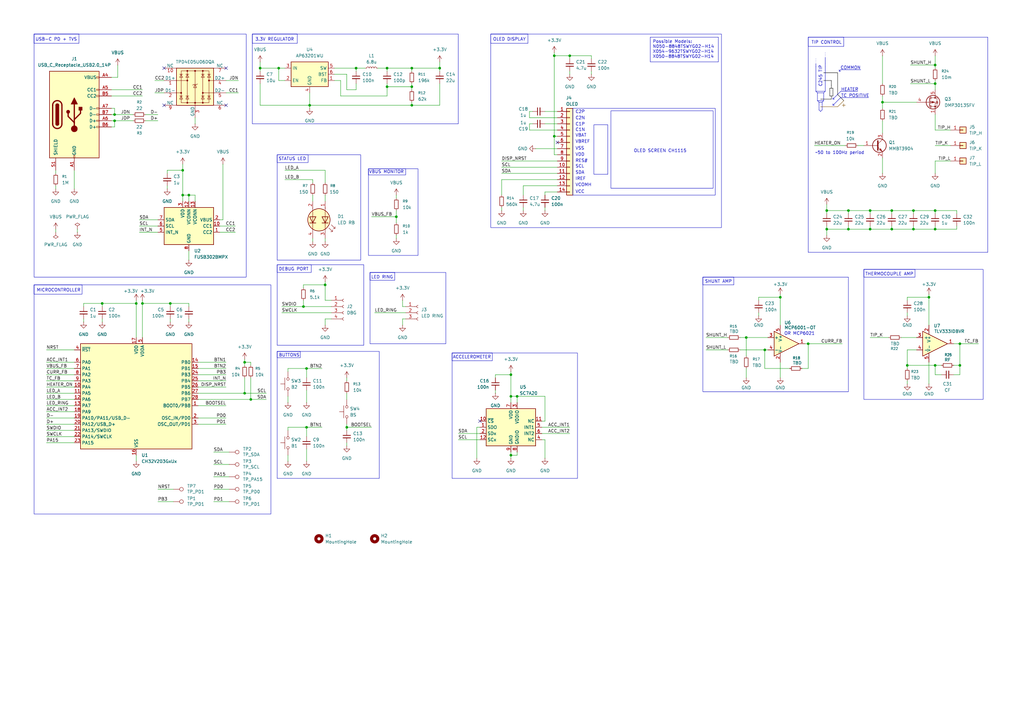
<source format=kicad_sch>
(kicad_sch
	(version 20250114)
	(generator "eeschema")
	(generator_version "9.0")
	(uuid "7095b018-eac3-4b01-b374-28e3216c4fd8")
	(paper "A3")
	
	(rectangle
		(start 288.29 113.665)
		(end 300.99 116.84)
		(stroke
			(width 0)
			(type default)
		)
		(fill
			(type none)
		)
		(uuid 1c73c902-a47e-4afe-a3a2-fdff9ad372a7)
	)
	(rectangle
		(start 185.42 144.78)
		(end 236.855 196.215)
		(stroke
			(width 0)
			(type default)
		)
		(fill
			(type none)
		)
		(uuid 25f66d05-38b5-4a17-99c1-8cad2c92cd3e)
	)
	(rectangle
		(start 113.665 63.5)
		(end 147.955 106.68)
		(stroke
			(width 0)
			(type default)
		)
		(fill
			(type none)
		)
		(uuid 322512cd-be35-4610-a4dc-a49cc7393b31)
	)
	(rectangle
		(start 13.97 13.97)
		(end 100.965 113.665)
		(stroke
			(width 0)
			(type default)
		)
		(fill
			(type none)
		)
		(uuid 34cfca7f-b72a-4261-a704-f33e6bc4b279)
	)
	(rectangle
		(start 185.42 144.78)
		(end 201.93 147.955)
		(stroke
			(width 0)
			(type default)
		)
		(fill
			(type none)
		)
		(uuid 37b1d202-d0af-4356-9cea-c5377ffdf5c6)
	)
	(rectangle
		(start 151.13 69.215)
		(end 166.37 71.755)
		(stroke
			(width 0)
			(type default)
		)
		(fill
			(type none)
		)
		(uuid 3ff5b4ba-34b9-4474-bd0b-2b540e2050a9)
	)
	(rectangle
		(start 354.33 110.49)
		(end 375.285 113.665)
		(stroke
			(width 0)
			(type default)
		)
		(fill
			(type none)
		)
		(uuid 411456a7-808a-4a99-b2e7-4b00b0660778)
	)
	(rectangle
		(start 113.665 144.145)
		(end 123.19 146.685)
		(stroke
			(width 0)
			(type default)
		)
		(fill
			(type none)
		)
		(uuid 51756553-69aa-4f9f-a31a-a60fa2c78053)
	)
	(rectangle
		(start 113.665 108.585)
		(end 149.225 141.605)
		(stroke
			(width 0)
			(type default)
		)
		(fill
			(type none)
		)
		(uuid 5ccf0a54-c09c-402b-8c12-180398bcf0c0)
	)
	(rectangle
		(start 331.47 15.24)
		(end 405.13 103.505)
		(stroke
			(width 0)
			(type default)
		)
		(fill
			(type none)
		)
		(uuid 608eefcd-9544-4ff5-9fa6-1a03cdb2edc0)
	)
	(rectangle
		(start 331.47 15.24)
		(end 346.075 19.05)
		(stroke
			(width 0)
			(type default)
		)
		(fill
			(type none)
		)
		(uuid 75245947-4db9-4c11-bcdd-4d111a323943)
	)
	(rectangle
		(start 151.765 111.76)
		(end 182.88 140.97)
		(stroke
			(width 0)
			(type default)
		)
		(fill
			(type none)
		)
		(uuid 7ca7d888-0de2-4ee4-9e02-bce99f6c7310)
	)
	(rectangle
		(start 13.97 116.84)
		(end 33.655 120.65)
		(stroke
			(width 0)
			(type default)
		)
		(fill
			(type none)
		)
		(uuid 7d5ee34c-3c30-4116-b034-575f8f5cbca0)
	)
	(rectangle
		(start 113.665 144.145)
		(end 155.575 196.215)
		(stroke
			(width 0)
			(type default)
		)
		(fill
			(type none)
		)
		(uuid 9c119ec4-7162-4594-9de4-9af2e8ac3469)
	)
	(rectangle
		(start 103.505 13.97)
		(end 121.92 17.78)
		(stroke
			(width 0)
			(type default)
		)
		(fill
			(type none)
		)
		(uuid 9d5c2b83-1ad1-4eb5-9c00-115d7cfbb819)
	)
	(rectangle
		(start 113.665 63.5)
		(end 126.365 66.675)
		(stroke
			(width 0)
			(type default)
		)
		(fill
			(type none)
		)
		(uuid 9db6c295-f05a-42de-905b-8e483d00bc1c)
	)
	(rectangle
		(start 354.33 110.49)
		(end 403.225 163.83)
		(stroke
			(width 0)
			(type default)
		)
		(fill
			(type none)
		)
		(uuid a57dfd79-f7b7-44cf-be58-21e0757161fa)
	)
	(rectangle
		(start 13.97 116.84)
		(end 111.125 210.82)
		(stroke
			(width 0)
			(type default)
		)
		(fill
			(type none)
		)
		(uuid a66c837f-d550-4ad5-b67a-1a34b6eaed03)
	)
	(rectangle
		(start 250.571 45.466)
		(end 292.481 77.216)
		(stroke
			(width 0)
			(type default)
		)
		(fill
			(type none)
		)
		(uuid b323df54-646c-4c42-ac5d-c702f5da28df)
	)
	(rectangle
		(start 13.97 13.97)
		(end 32.385 17.78)
		(stroke
			(width 0)
			(type default)
		)
		(fill
			(type none)
		)
		(uuid b41c86f7-a703-4da7-9c7c-3d6f2dbdab0b)
	)
	(rectangle
		(start 151.765 111.76)
		(end 161.925 114.935)
		(stroke
			(width 0)
			(type default)
		)
		(fill
			(type none)
		)
		(uuid bb60d903-b4fc-4579-917b-d8b1327cda5c)
	)
	(rectangle
		(start 234.95 44.45)
		(end 293.37 80.01)
		(stroke
			(width 0)
			(type default)
		)
		(fill
			(type none)
		)
		(uuid c7ed09f4-c5b0-447c-8527-2fd1a9942fc7)
	)
	(rectangle
		(start 201.295 13.97)
		(end 295.91 93.345)
		(stroke
			(width 0)
			(type default)
		)
		(fill
			(type none)
		)
		(uuid c86b0301-7b25-4d55-b6bd-bf1af0f3ea13)
	)
	(rectangle
		(start 243.586 51.181)
		(end 249.301 71.501)
		(stroke
			(width 0)
			(type default)
		)
		(fill
			(type none)
		)
		(uuid cc173c2c-4802-4b85-8dc1-c0ed1e2586ae)
	)
	(rectangle
		(start 151.13 69.215)
		(end 171.45 104.775)
		(stroke
			(width 0)
			(type default)
		)
		(fill
			(type none)
		)
		(uuid d2b50b41-845d-4a0b-ad88-942dbe8a9ea1)
	)
	(rectangle
		(start 113.665 108.585)
		(end 127.635 111.76)
		(stroke
			(width 0)
			(type default)
		)
		(fill
			(type none)
		)
		(uuid d42d397b-7d5e-44b0-98a1-cec60f91a733)
	)
	(rectangle
		(start 103.505 13.97)
		(end 187.96 50.8)
		(stroke
			(width 0)
			(type default)
		)
		(fill
			(type none)
		)
		(uuid d5e44070-3c31-4662-9265-15546dcb33a9)
	)
	(rectangle
		(start 201.295 13.97)
		(end 216.535 17.78)
		(stroke
			(width 0)
			(type default)
		)
		(fill
			(type none)
		)
		(uuid df873f2f-b2dc-4231-b391-da9722f3ee43)
	)
	(rectangle
		(start 288.29 113.665)
		(end 347.98 160.655)
		(stroke
			(width 0)
			(type default)
		)
		(fill
			(type none)
		)
		(uuid f4d05ad1-2d39-4c92-a424-b21a1915e749)
	)
	(text "COMMON"
		(exclude_from_sim no)
		(at 344.678 27.94 0)
		(effects
			(font
				(size 1.27 1.27)
			)
			(justify left)
		)
		(uuid "0da803d8-6a61-4b47-b3c4-8c42b4ebcdd7")
	)
	(text "~50 to 100Hz period"
		(exclude_from_sim no)
		(at 344.424 62.738 0)
		(effects
			(font
				(size 1.27 1.27)
			)
		)
		(uuid "0da88a4e-8094-41f6-a13c-7ae12789683b")
	)
	(text "3.3V REGULATOR"
		(exclude_from_sim no)
		(at 104.648 16.256 0)
		(effects
			(font
				(size 1.27 1.27)
			)
			(justify left)
		)
		(uuid "270c64e9-acc9-4bdf-adf9-51e85a7cfae3")
	)
	(text "C2N"
		(exclude_from_sim no)
		(at 235.966 48.514 0)
		(effects
			(font
				(size 1.27 1.27)
			)
			(justify left)
		)
		(uuid "303735e4-f194-4e97-9ddd-7741146e5965")
	)
	(text "OR MCP6021"
		(exclude_from_sim no)
		(at 327.914 136.906 0)
		(effects
			(font
				(size 1.27 1.27)
			)
		)
		(uuid "3b0bba77-4da6-417e-ba61-6edac674827f")
	)
	(text "USB-C PD + TVS"
		(exclude_from_sim no)
		(at 14.478 16.256 0)
		(effects
			(font
				(size 1.27 1.27)
			)
			(justify left)
		)
		(uuid "3b53ae36-2320-46df-8526-8d2b0e4cd267")
	)
	(text "BUTTONS"
		(exclude_from_sim no)
		(at 114.3 145.796 0)
		(effects
			(font
				(size 1.27 1.27)
			)
			(justify left)
		)
		(uuid "4ff0d853-92f6-4f02-aa33-1f252be5ef75")
	)
	(text "DEBUG PORT"
		(exclude_from_sim no)
		(at 114.3 110.49 0)
		(effects
			(font
				(size 1.27 1.27)
			)
			(justify left)
		)
		(uuid "5c2c7cad-81d2-418f-aeca-ca54c6312f8c")
	)
	(text "SCL"
		(exclude_from_sim no)
		(at 235.966 68.326 0)
		(effects
			(font
				(size 1.27 1.27)
			)
			(justify left)
		)
		(uuid "63c62cf3-4266-478a-9f68-199034fe5d8b")
	)
	(text "RES#"
		(exclude_from_sim no)
		(at 235.966 66.04 0)
		(effects
			(font
				(size 1.27 1.27)
			)
			(justify left)
		)
		(uuid "6ce3c0b9-bb73-4f4d-8996-df06398c02e3")
	)
	(text "C1P"
		(exclude_from_sim no)
		(at 235.966 51.054 0)
		(effects
			(font
				(size 1.27 1.27)
			)
			(justify left)
		)
		(uuid "6d196f00-fda4-408a-b16f-63e268646b7a")
	)
	(text "ACCELEROMETER"
		(exclude_from_sim no)
		(at 193.548 146.558 0)
		(effects
			(font
				(size 1.27 1.27)
			)
		)
		(uuid "6d3cce01-49eb-4036-848c-880563d726ff")
	)
	(text "HEATER"
		(exclude_from_sim no)
		(at 344.932 36.83 0)
		(effects
			(font
				(size 1.27 1.27)
			)
			(justify left)
		)
		(uuid "6f935533-365b-4490-a199-60d1f885e9c5")
	)
	(text "IREF"
		(exclude_from_sim no)
		(at 235.966 73.406 0)
		(effects
			(font
				(size 1.27 1.27)
			)
			(justify left)
		)
		(uuid "78269562-db7d-4f9c-9409-11de08793bfa")
	)
	(text "C1N"
		(exclude_from_sim no)
		(at 235.966 53.34 0)
		(effects
			(font
				(size 1.27 1.27)
			)
			(justify left)
		)
		(uuid "86eaf89d-7735-48bc-8adf-2c6d7e1c9267")
	)
	(text "C2P"
		(exclude_from_sim no)
		(at 235.966 45.974 0)
		(effects
			(font
				(size 1.27 1.27)
			)
			(justify left)
		)
		(uuid "88767c22-62f5-491f-8191-e622ce50d549")
	)
	(text "VDD"
		(exclude_from_sim no)
		(at 235.966 63.5 0)
		(effects
			(font
				(size 1.27 1.27)
			)
			(justify left)
		)
		(uuid "98ea20d6-f789-4c9a-9d2d-ddf9c4e55ce3")
	)
	(text "TC POSITIVE"
		(exclude_from_sim no)
		(at 344.932 39.37 0)
		(effects
			(font
				(size 1.27 1.27)
			)
			(justify left)
		)
		(uuid "9da3b577-a0bb-4c33-9c3c-e8388ac87829")
	)
	(text "OLED SCREEN CH1115"
		(exclude_from_sim no)
		(at 270.764 61.976 0)
		(effects
			(font
				(size 1.27 1.27)
			)
		)
		(uuid "a7d4d929-dbaa-411d-a847-37e4617db2b8")
	)
	(text "VCC"
		(exclude_from_sim no)
		(at 235.966 78.74 0)
		(effects
			(font
				(size 1.27 1.27)
			)
			(justify left)
		)
		(uuid "c0b5be38-ee7a-4c62-b666-9455a24b9bdf")
	)
	(text "TIP CONTROL"
		(exclude_from_sim no)
		(at 332.74 17.526 0)
		(effects
			(font
				(size 1.27 1.27)
			)
			(justify left)
		)
		(uuid "cbc624c8-2e49-4540-b1a0-5d8227d4665c")
	)
	(text "SDA"
		(exclude_from_sim no)
		(at 235.966 70.866 0)
		(effects
			(font
				(size 1.27 1.27)
			)
			(justify left)
		)
		(uuid "d1f23843-c159-4734-816f-e3ebdc7225d4")
	)
	(text "VBREF"
		(exclude_from_sim no)
		(at 235.966 58.166 0)
		(effects
			(font
				(size 1.27 1.27)
			)
			(justify left)
		)
		(uuid "dc92fbc2-eb7d-47ac-891e-6de1528c9506")
	)
	(text "SHUNT AMP"
		(exclude_from_sim no)
		(at 294.64 115.57 0)
		(effects
			(font
				(size 1.27 1.27)
			)
		)
		(uuid "df820a8a-db2f-421f-9d16-371dee1814e3")
	)
	(text "STATUS LED"
		(exclude_from_sim no)
		(at 119.888 65.278 0)
		(effects
			(font
				(size 1.27 1.27)
			)
		)
		(uuid "e08b0557-7c4e-4c2c-9d25-7e5a011c2beb")
	)
	(text "OLED DISPLAY"
		(exclude_from_sim no)
		(at 202.184 16.256 0)
		(effects
			(font
				(size 1.27 1.27)
			)
			(justify left)
		)
		(uuid "e1182865-9cf6-484e-b369-4d8124243a24")
	)
	(text "VBAT"
		(exclude_from_sim no)
		(at 235.966 55.626 0)
		(effects
			(font
				(size 1.27 1.27)
			)
			(justify left)
		)
		(uuid "e5136794-6a5a-4728-b4d0-e47266a8ec2c")
	)
	(text "VSS"
		(exclude_from_sim no)
		(at 235.966 60.96 0)
		(effects
			(font
				(size 1.27 1.27)
			)
			(justify left)
		)
		(uuid "e5277a5c-1568-43ec-ab65-5c403a9ddad3")
	)
	(text "VCOMH"
		(exclude_from_sim no)
		(at 235.966 75.946 0)
		(effects
			(font
				(size 1.27 1.27)
			)
			(justify left)
		)
		(uuid "e677c7ab-e79d-4a1c-8a88-4a56ca5d6b79")
	)
	(text "THERMOCOUPLE AMP"
		(exclude_from_sim no)
		(at 364.744 112.522 0)
		(effects
			(font
				(size 1.27 1.27)
			)
		)
		(uuid "e865e2d4-df9a-47d7-8bc3-1d543675c813")
	)
	(text "C245 TIP"
		(exclude_from_sim no)
		(at 336.55 31.242 90)
		(effects
			(font
				(size 1.27 1.27)
			)
		)
		(uuid "ec1ed9c1-072b-4c68-8764-5736b7bc8d68")
	)
	(text "LED RING"
		(exclude_from_sim no)
		(at 156.718 113.792 0)
		(effects
			(font
				(size 1.27 1.27)
			)
		)
		(uuid "eebaafe7-13f6-4495-a884-67f3bb5c6ce1")
	)
	(text "MICROCONTROLLER"
		(exclude_from_sim no)
		(at 14.986 119.126 0)
		(effects
			(font
				(size 1.27 1.27)
			)
			(justify left)
		)
		(uuid "f4202bbd-17db-406a-9b6f-417fe43fdaab")
	)
	(text "VBUS MONITOR"
		(exclude_from_sim no)
		(at 158.496 70.612 0)
		(effects
			(font
				(size 1.27 1.27)
			)
		)
		(uuid "f741b2f1-f711-4456-aa2d-f19417092858")
	)
	(text_box "Possible Models:\nN050-8848TSWYG02-H14\nX054-9632TSWYG02-H14\nX050-8848TSWYG02-H14"
		(exclude_from_sim no)
		(at 266.7 15.24 0)
		(size 27.94 10.16)
		(margins 0.9525 0.9525 0.9525 0.9525)
		(stroke
			(width 0)
			(type solid)
		)
		(fill
			(type none)
		)
		(effects
			(font
				(size 1.27 1.27)
			)
			(justify left top)
		)
		(uuid "aff1d92e-7948-41af-95d4-eec0b0d11729")
	)
	(junction
		(at 339.09 86.36)
		(diameter 0)
		(color 0 0 0 0)
		(uuid "0249d269-810c-4792-bcad-62c507e2feae")
	)
	(junction
		(at 383.54 34.29)
		(diameter 0)
		(color 0 0 0 0)
		(uuid "06f4ee53-3c6f-4b9e-acff-5c637dc2f0f0")
	)
	(junction
		(at 146.05 27.94)
		(diameter 0)
		(color 0 0 0 0)
		(uuid "0acd8611-5527-40f7-90a3-5c60d1adc1d0")
	)
	(junction
		(at 320.04 121.92)
		(diameter 0)
		(color 0 0 0 0)
		(uuid "0b83f2c9-b8b1-424d-9ef9-aa8bc46ee63d")
	)
	(junction
		(at 100.33 148.59)
		(diameter 0)
		(color 0 0 0 0)
		(uuid "22bc19a2-e590-4ae5-87e1-2c346112c753")
	)
	(junction
		(at 69.85 124.46)
		(diameter 0)
		(color 0 0 0 0)
		(uuid "37d3befb-311d-460b-9ac5-d3ced0bdc44b")
	)
	(junction
		(at 102.87 163.83)
		(diameter 0)
		(color 0 0 0 0)
		(uuid "39afbb62-f4d9-47c5-b1ec-6bf8308a9b0e")
	)
	(junction
		(at 374.65 86.36)
		(diameter 0)
		(color 0 0 0 0)
		(uuid "3e104a1b-7253-4537-8264-1c669770fc55")
	)
	(junction
		(at 381 121.92)
		(diameter 0)
		(color 0 0 0 0)
		(uuid "3f9bcc33-18ad-48ec-8047-f514eddb9bd3")
	)
	(junction
		(at 339.09 93.98)
		(diameter 0)
		(color 0 0 0 0)
		(uuid "43942d84-b87b-4f4a-adb8-d0b0fad21d24")
	)
	(junction
		(at 158.75 27.94)
		(diameter 0)
		(color 0 0 0 0)
		(uuid "4e457d4d-37fd-4b51-a420-85ebb8dc04c5")
	)
	(junction
		(at 365.76 93.98)
		(diameter 0)
		(color 0 0 0 0)
		(uuid "4fb70dd2-3e99-400e-97c5-a12f82607ede")
	)
	(junction
		(at 162.56 88.9)
		(diameter 0)
		(color 0 0 0 0)
		(uuid "5171e2df-ff89-449d-9837-899c8a33b75c")
	)
	(junction
		(at 383.54 93.98)
		(diameter 0)
		(color 0 0 0 0)
		(uuid "55503a9c-b6b6-4187-8267-b69ed226b524")
	)
	(junction
		(at 361.95 41.91)
		(diameter 0)
		(color 0 0 0 0)
		(uuid "55c48a4e-b496-4df9-98f9-8a2a30715d30")
	)
	(junction
		(at 168.91 35.56)
		(diameter 0)
		(color 0 0 0 0)
		(uuid "57d2e74f-9c65-42d1-a47a-8230db07f92e")
	)
	(junction
		(at 209.55 162.56)
		(diameter 0)
		(color 0 0 0 0)
		(uuid "589eff9d-eed1-4df5-98d6-26b7c768b426")
	)
	(junction
		(at 313.69 143.51)
		(diameter 0)
		(color 0 0 0 0)
		(uuid "5c6565bc-3073-4b42-a446-7197b95e4ab3")
	)
	(junction
		(at 46.99 49.53)
		(diameter 0)
		(color 0 0 0 0)
		(uuid "5e8d1cf7-167e-4030-9f28-7c115ea5395b")
	)
	(junction
		(at 227.33 55.88)
		(diameter 0)
		(color 0 0 0 0)
		(uuid "5fbb3de9-86ee-49ad-a284-eb55f1cc692a")
	)
	(junction
		(at 168.91 43.18)
		(diameter 0)
		(color 0 0 0 0)
		(uuid "660d2309-d1aa-4d86-b95c-854e50c0a293")
	)
	(junction
		(at 168.91 27.94)
		(diameter 0)
		(color 0 0 0 0)
		(uuid "691dc945-779c-4911-8f56-5300f4d58275")
	)
	(junction
		(at 233.68 22.86)
		(diameter 0)
		(color 0 0 0 0)
		(uuid "73b54f8a-8892-4f5c-ad2f-0a2e6cc384c3")
	)
	(junction
		(at 383.54 149.86)
		(diameter 0)
		(color 0 0 0 0)
		(uuid "77d052f3-f174-4ac4-b7f3-74fd8cd4f0e2")
	)
	(junction
		(at 356.87 86.36)
		(diameter 0)
		(color 0 0 0 0)
		(uuid "79c391a9-2d95-4c3e-a922-b7e1f89f8cb2")
	)
	(junction
		(at 209.55 153.67)
		(diameter 0)
		(color 0 0 0 0)
		(uuid "84b1d133-5555-4f34-9259-4c4a00397909")
	)
	(junction
		(at 158.75 35.56)
		(diameter 0)
		(color 0 0 0 0)
		(uuid "85eb43cd-2fb7-4c1a-b0ce-7e338a2da686")
	)
	(junction
		(at 393.7 149.86)
		(diameter 0)
		(color 0 0 0 0)
		(uuid "879d8513-8c12-4c71-805b-cfd0566ce6a8")
	)
	(junction
		(at 347.98 93.98)
		(diameter 0)
		(color 0 0 0 0)
		(uuid "87dc4b49-25de-4f6d-adf7-8941fa901f8f")
	)
	(junction
		(at 372.11 149.86)
		(diameter 0)
		(color 0 0 0 0)
		(uuid "8891de76-9830-4ea1-acad-40e871562426")
	)
	(junction
		(at 100.33 161.29)
		(diameter 0)
		(color 0 0 0 0)
		(uuid "8f91cdd6-9b8f-41e7-aba5-783e4c94f1c2")
	)
	(junction
		(at 227.33 22.86)
		(diameter 0)
		(color 0 0 0 0)
		(uuid "9531702c-c6a6-4297-8a10-64a5c6fc90b3")
	)
	(junction
		(at 347.98 86.36)
		(diameter 0)
		(color 0 0 0 0)
		(uuid "963b4dc5-29f7-4f14-9341-7b3162f2c358")
	)
	(junction
		(at 365.76 86.36)
		(diameter 0)
		(color 0 0 0 0)
		(uuid "98b3589f-4017-4aba-83b6-53982e3e5cd4")
	)
	(junction
		(at 58.42 124.46)
		(diameter 0)
		(color 0 0 0 0)
		(uuid "98f8c9b4-0597-4d2a-816f-d2e5fe72d0f6")
	)
	(junction
		(at 306.07 138.43)
		(diameter 0)
		(color 0 0 0 0)
		(uuid "9bcd364d-f531-4b7f-8ea5-4b3ee103e967")
	)
	(junction
		(at 41.91 124.46)
		(diameter 0)
		(color 0 0 0 0)
		(uuid "9fa2ea7a-f50f-4f59-8f6e-1d8cc4b4f22f")
	)
	(junction
		(at 74.93 80.01)
		(diameter 0)
		(color 0 0 0 0)
		(uuid "a102cd63-af1a-49b4-9201-df06578d4c1f")
	)
	(junction
		(at 55.88 124.46)
		(diameter 0)
		(color 0 0 0 0)
		(uuid "a23046f4-c99a-453c-8805-8ecfd91f7491")
	)
	(junction
		(at 393.7 140.97)
		(diameter 0)
		(color 0 0 0 0)
		(uuid "aff6f7cf-f995-4965-9b70-2f6e1afd3257")
	)
	(junction
		(at 374.65 93.98)
		(diameter 0)
		(color 0 0 0 0)
		(uuid "ba3cb80e-2f56-46b8-a675-0ffd9ff134a3")
	)
	(junction
		(at 125.73 175.26)
		(diameter 0)
		(color 0 0 0 0)
		(uuid "bf198e04-4a01-4230-877f-f1ab43f756f2")
	)
	(junction
		(at 127 43.18)
		(diameter 0)
		(color 0 0 0 0)
		(uuid "d049456d-20ee-4308-a384-c295c5fb64a1")
	)
	(junction
		(at 77.47 80.01)
		(diameter 0)
		(color 0 0 0 0)
		(uuid "d075905e-0ee9-4e4e-bc8b-46248e59d6b7")
	)
	(junction
		(at 331.47 140.97)
		(diameter 0)
		(color 0 0 0 0)
		(uuid "d120f155-c747-46db-85bd-012ff6f955e2")
	)
	(junction
		(at 209.55 186.69)
		(diameter 0)
		(color 0 0 0 0)
		(uuid "d3c0ec6c-e13a-496a-ad1c-ba60afc46b96")
	)
	(junction
		(at 46.99 46.99)
		(diameter 0)
		(color 0 0 0 0)
		(uuid "d3cb3929-1383-43bf-9aa0-8d6179547879")
	)
	(junction
		(at 125.73 151.13)
		(diameter 0)
		(color 0 0 0 0)
		(uuid "d8814552-a2c0-4a06-a6ac-aee6b3d4aa8f")
	)
	(junction
		(at 383.54 26.67)
		(diameter 0)
		(color 0 0 0 0)
		(uuid "da3b297d-0923-4177-b028-d6cc65cf03d0")
	)
	(junction
		(at 74.93 69.85)
		(diameter 0)
		(color 0 0 0 0)
		(uuid "dced1970-c9d1-4fca-aa68-57578fbeec87")
	)
	(junction
		(at 133.35 116.84)
		(diameter 0)
		(color 0 0 0 0)
		(uuid "dd645f38-5944-4257-9764-2d12bcf783d9")
	)
	(junction
		(at 124.46 125.73)
		(diameter 0)
		(color 0 0 0 0)
		(uuid "e0c9883b-d031-4a61-9fde-76739f501e2c")
	)
	(junction
		(at 114.3 27.94)
		(diameter 0)
		(color 0 0 0 0)
		(uuid "e80bc681-7695-43f3-a2bd-d411c7e86409")
	)
	(junction
		(at 212.09 162.56)
		(diameter 0)
		(color 0 0 0 0)
		(uuid "ea9ea449-1699-40d7-8a1c-89a1d2111f96")
	)
	(junction
		(at 356.87 93.98)
		(diameter 0)
		(color 0 0 0 0)
		(uuid "ebc86db2-2764-4df6-9433-ecced69310ed")
	)
	(junction
		(at 383.54 86.36)
		(diameter 0)
		(color 0 0 0 0)
		(uuid "ed52385f-ebdf-4c3e-aebe-022c47113848")
	)
	(junction
		(at 180.34 27.94)
		(diameter 0)
		(color 0 0 0 0)
		(uuid "efddc068-f25b-4568-b3c6-1c6aa0f4c97e")
	)
	(junction
		(at 106.68 27.94)
		(diameter 0)
		(color 0 0 0 0)
		(uuid "f1df4cab-d95d-4e21-b204-cc5686c3ccd2")
	)
	(junction
		(at 142.24 175.26)
		(diameter 0)
		(color 0 0 0 0)
		(uuid "fe9b1f2a-8aec-4aa7-8489-1f83d22307ee")
	)
	(no_connect
		(at 92.71 43.18)
		(uuid "46b4ccbc-24ab-4899-8505-9a1bc9336197")
	)
	(no_connect
		(at 67.31 27.94)
		(uuid "613b3790-5218-413f-a343-e26aa4ea4b95")
	)
	(no_connect
		(at 228.6 58.42)
		(uuid "8d801d13-32fe-4e34-8cc5-b8a86a497023")
	)
	(no_connect
		(at 196.85 172.72)
		(uuid "bb17c601-45a1-4eb6-aaaf-eada3efdd523")
	)
	(no_connect
		(at 67.31 43.18)
		(uuid "c9b41e3a-80a4-4410-be4c-91975e86700a")
	)
	(no_connect
		(at 92.71 27.94)
		(uuid "e9fc4535-1911-4390-b5e2-c282d53c9319")
	)
	(wire
		(pts
			(xy 100.33 161.29) (xy 109.22 161.29)
		)
		(stroke
			(width 0)
			(type default)
		)
		(uuid "00dc7f33-0b4e-4099-8479-24293b9aabac")
	)
	(wire
		(pts
			(xy 222.25 177.8) (xy 233.68 177.8)
		)
		(stroke
			(width 0)
			(type default)
		)
		(uuid "0156bf95-e162-433c-99c7-904c2f68448d")
	)
	(wire
		(pts
			(xy 389.89 66.04) (xy 383.54 66.04)
		)
		(stroke
			(width 0)
			(type default)
		)
		(uuid "01731df4-405d-4159-8024-ddbfe44e4824")
	)
	(wire
		(pts
			(xy 180.34 25.4) (xy 180.34 27.94)
		)
		(stroke
			(width 0)
			(type default)
		)
		(uuid "0280334b-627a-4233-a676-012a207d9298")
	)
	(wire
		(pts
			(xy 195.58 175.26) (xy 196.85 175.26)
		)
		(stroke
			(width 0)
			(type default)
		)
		(uuid "03f9526b-c252-4cea-a8ec-81306ff6df76")
	)
	(wire
		(pts
			(xy 63.5 38.1) (xy 67.31 38.1)
		)
		(stroke
			(width 0)
			(type default)
		)
		(uuid "057a48eb-9b1d-42a5-bf44-6985b9321748")
	)
	(wire
		(pts
			(xy 331.47 151.13) (xy 331.47 140.97)
		)
		(stroke
			(width 0)
			(type default)
		)
		(uuid "05e89aa4-84da-405d-a1af-2a2d87ad272b")
	)
	(polyline
		(pts
			(xy 344.17 29.21) (xy 344.805 29.21)
		)
		(stroke
			(width 0)
			(type default)
		)
		(uuid "061e75a6-db12-4875-bb49-acc7a02aa4eb")
	)
	(wire
		(pts
			(xy 227.33 55.88) (xy 228.6 55.88)
		)
		(stroke
			(width 0)
			(type default)
		)
		(uuid "06a39b25-e5c0-48bf-8f66-6ff9e46efda7")
	)
	(wire
		(pts
			(xy 361.95 22.86) (xy 361.95 34.29)
		)
		(stroke
			(width 0)
			(type default)
		)
		(uuid "07213a78-02ed-408a-8a81-3c765c5554db")
	)
	(polyline
		(pts
			(xy 343.535 29.845) (xy 343.535 38.735)
		)
		(stroke
			(width 0)
			(type solid)
			(color 0 0 0 1)
		)
		(uuid "076917fa-25ee-47d3-b2b0-165b02f01f24")
	)
	(wire
		(pts
			(xy 68.58 69.85) (xy 74.93 69.85)
		)
		(stroke
			(width 0)
			(type default)
		)
		(uuid "088c7699-190e-4234-9815-fffe11d5ef7a")
	)
	(wire
		(pts
			(xy 68.58 76.2) (xy 68.58 77.47)
		)
		(stroke
			(width 0)
			(type default)
		)
		(uuid "090443bb-96fb-4f06-ac72-191a7f6e15f4")
	)
	(wire
		(pts
			(xy 96.52 95.25) (xy 90.17 95.25)
		)
		(stroke
			(width 0)
			(type default)
		)
		(uuid "091df10a-a778-479d-8cbf-324751cb3cc5")
	)
	(wire
		(pts
			(xy 187.96 180.34) (xy 196.85 180.34)
		)
		(stroke
			(width 0)
			(type default)
		)
		(uuid "093a4bfc-aabd-4586-948a-1580d9afeffa")
	)
	(wire
		(pts
			(xy 45.72 36.83) (xy 58.42 36.83)
		)
		(stroke
			(width 0)
			(type default)
		)
		(uuid "098337dc-d67f-4f92-9e59-aa0530495823")
	)
	(wire
		(pts
			(xy 303.53 143.51) (xy 313.69 143.51)
		)
		(stroke
			(width 0)
			(type default)
		)
		(uuid "0cad2886-a2e2-49af-b1ff-94b34171dd68")
	)
	(wire
		(pts
			(xy 81.28 158.75) (xy 92.71 158.75)
		)
		(stroke
			(width 0)
			(type default)
		)
		(uuid "0d0fb7d8-cf76-4ea3-b43e-0043f449d33e")
	)
	(wire
		(pts
			(xy 106.68 34.29) (xy 106.68 43.18)
		)
		(stroke
			(width 0)
			(type default)
		)
		(uuid "0d1da041-1604-484f-8588-64418e6780df")
	)
	(polyline
		(pts
			(xy 349.25 40.005) (xy 356.235 40.005)
		)
		(stroke
			(width 0)
			(type default)
		)
		(uuid "0efdd063-1445-49ad-b269-05e1548bd623")
	)
	(wire
		(pts
			(xy 19.05 166.37) (xy 30.48 166.37)
		)
		(stroke
			(width 0)
			(type default)
		)
		(uuid "0f968ad1-38fa-43f3-a9ca-eaab57060db2")
	)
	(wire
		(pts
			(xy 214.63 85.09) (xy 214.63 86.36)
		)
		(stroke
			(width 0)
			(type default)
		)
		(uuid "0fdf5b0f-14a7-4ff5-aee8-91dcf3e80430")
	)
	(wire
		(pts
			(xy 168.91 35.56) (xy 158.75 35.56)
		)
		(stroke
			(width 0)
			(type default)
		)
		(uuid "1190a964-f3bd-43e5-a242-6444d80cf4b2")
	)
	(polyline
		(pts
			(xy 336.55 43.815) (xy 343.535 43.815)
		)
		(stroke
			(width 0)
			(type solid)
			(color 128 77 0 1)
		)
		(uuid "11cf35b8-cd1b-4b18-8246-50d401672c42")
	)
	(wire
		(pts
			(xy 372.11 149.86) (xy 372.11 143.51)
		)
		(stroke
			(width 0)
			(type default)
		)
		(uuid "12f02fb2-28a7-4766-ae13-424545151178")
	)
	(wire
		(pts
			(xy 209.55 162.56) (xy 209.55 165.1)
		)
		(stroke
			(width 0)
			(type default)
		)
		(uuid "135c080a-b87a-42f2-bd23-e8f54c5ee6c7")
	)
	(wire
		(pts
			(xy 165.1 133.35) (xy 165.1 130.81)
		)
		(stroke
			(width 0)
			(type default)
		)
		(uuid "13a8fbae-4055-4538-a775-7561035458e6")
	)
	(wire
		(pts
			(xy 128.27 80.01) (xy 128.27 82.55)
		)
		(stroke
			(width 0)
			(type default)
		)
		(uuid "140fa8d5-d1ac-448c-bfcf-ff319345db09")
	)
	(wire
		(pts
			(xy 393.7 149.86) (xy 393.7 140.97)
		)
		(stroke
			(width 0)
			(type default)
		)
		(uuid "1427c6b1-5293-499b-9663-f54121cc8ca4")
	)
	(wire
		(pts
			(xy 48.26 31.75) (xy 48.26 26.67)
		)
		(stroke
			(width 0)
			(type default)
		)
		(uuid "14b83c6b-fa77-4ec1-b020-d89f490dd1db")
	)
	(wire
		(pts
			(xy 374.65 92.71) (xy 374.65 93.98)
		)
		(stroke
			(width 0)
			(type default)
		)
		(uuid "14f4beaa-5919-48a6-bf5e-868152fe82b7")
	)
	(wire
		(pts
			(xy 365.76 86.36) (xy 365.76 87.63)
		)
		(stroke
			(width 0)
			(type default)
		)
		(uuid "154f7824-5e3a-4df6-a265-e8ad4cf18628")
	)
	(wire
		(pts
			(xy 381 120.65) (xy 381 121.92)
		)
		(stroke
			(width 0)
			(type default)
		)
		(uuid "16a235b6-6479-41c3-934b-5990cd87fafe")
	)
	(wire
		(pts
			(xy 227.33 55.88) (xy 227.33 63.5)
		)
		(stroke
			(width 0)
			(type default)
		)
		(uuid "16a6ad92-1a6b-4d2b-93f1-5652f5947dbb")
	)
	(wire
		(pts
			(xy 168.91 29.21) (xy 168.91 27.94)
		)
		(stroke
			(width 0)
			(type default)
		)
		(uuid "16beecb1-a5ab-433f-9aa9-d5c8af0be23d")
	)
	(polyline
		(pts
			(xy 345.44 43.18) (xy 346.71 43.18)
		)
		(stroke
			(width 0)
			(type solid)
			(color 128 77 0 1)
		)
		(uuid "17532791-aaa0-48e6-a3d3-84b5cfe2ffdf")
	)
	(wire
		(pts
			(xy 87.63 205.74) (xy 93.98 205.74)
		)
		(stroke
			(width 0)
			(type default)
		)
		(uuid "17c09d63-4f8c-4d97-9c64-a3bd4dd82600")
	)
	(wire
		(pts
			(xy 45.72 52.07) (xy 46.99 52.07)
		)
		(stroke
			(width 0)
			(type default)
		)
		(uuid "18438b3a-827e-4972-b4d2-e39627126fd2")
	)
	(wire
		(pts
			(xy 19.05 161.29) (xy 30.48 161.29)
		)
		(stroke
			(width 0)
			(type default)
		)
		(uuid "185cc638-609c-4acf-9a83-434d47f9bece")
	)
	(wire
		(pts
			(xy 373.38 34.29) (xy 383.54 34.29)
		)
		(stroke
			(width 0)
			(type default)
		)
		(uuid "191e8f1b-e026-4cf9-9cb9-19eac445eae5")
	)
	(wire
		(pts
			(xy 118.11 162.56) (xy 118.11 165.1)
		)
		(stroke
			(width 0)
			(type default)
		)
		(uuid "1a08e192-3ede-459c-841e-9f0c19ec1e3e")
	)
	(wire
		(pts
			(xy 19.05 176.53) (xy 30.48 176.53)
		)
		(stroke
			(width 0)
			(type default)
		)
		(uuid "1a675778-1e38-4114-a392-a674b2dc8fa9")
	)
	(wire
		(pts
			(xy 102.87 149.86) (xy 102.87 148.59)
		)
		(stroke
			(width 0)
			(type default)
		)
		(uuid "1beeb275-c1cd-4b8f-a12a-830eb9c2286d")
	)
	(wire
		(pts
			(xy 81.28 173.99) (xy 92.71 173.99)
		)
		(stroke
			(width 0)
			(type default)
		)
		(uuid "1c31a3a0-71be-4869-aecb-fe7720f70370")
	)
	(polyline
		(pts
			(xy 340.995 34.925) (xy 340.995 36.195)
		)
		(stroke
			(width 0)
			(type solid)
			(color 0 0 0 1)
		)
		(uuid "1cb32bb3-76dc-4823-be3a-ee1c82fb9d6e")
	)
	(wire
		(pts
			(xy 168.91 43.18) (xy 127 43.18)
		)
		(stroke
			(width 0)
			(type default)
		)
		(uuid "1efe1ac7-40f4-4f17-9d42-17e1c9f0de6b")
	)
	(polyline
		(pts
			(xy 344.17 29.21) (xy 344.805 28.575)
		)
		(stroke
			(width 0)
			(type default)
		)
		(uuid "1fc62f63-6cba-4ff0-930d-1f292e0bfa84")
	)
	(wire
		(pts
			(xy 81.28 156.21) (xy 92.71 156.21)
		)
		(stroke
			(width 0)
			(type default)
		)
		(uuid "1fd72b09-6ab8-4dc4-8f0b-ca67c9a74253")
	)
	(wire
		(pts
			(xy 68.58 71.12) (xy 68.58 69.85)
		)
		(stroke
			(width 0)
			(type default)
		)
		(uuid "202b5c7b-0b11-4522-bc46-256551c46d63")
	)
	(wire
		(pts
			(xy 116.84 27.94) (xy 114.3 27.94)
		)
		(stroke
			(width 0)
			(type default)
		)
		(uuid "202f5003-0a48-4fcb-962b-eb5d0b2eea8c")
	)
	(wire
		(pts
			(xy 383.54 53.34) (xy 389.89 53.34)
		)
		(stroke
			(width 0)
			(type default)
		)
		(uuid "206812ad-99c8-4641-84e7-7df86ad62159")
	)
	(polyline
		(pts
			(xy 334.645 37.465) (xy 338.455 37.465)
		)
		(stroke
			(width 0)
			(type default)
		)
		(uuid "20c289f8-34a5-48ed-8d32-b4b9e5521011")
	)
	(wire
		(pts
			(xy 77.47 102.87) (xy 77.47 106.68)
		)
		(stroke
			(width 0)
			(type default)
		)
		(uuid "21a2f101-e4da-4991-a949-92df212cf85b")
	)
	(polyline
		(pts
			(xy 344.805 28.575) (xy 353.06 28.575)
		)
		(stroke
			(width 0)
			(type default)
		)
		(uuid "225ad2a0-3f91-4b41-b14c-33002ef325b8")
	)
	(wire
		(pts
			(xy 180.34 43.18) (xy 168.91 43.18)
		)
		(stroke
			(width 0)
			(type default)
		)
		(uuid "228d2b28-0e5e-4a0f-9a64-60ca034456d5")
	)
	(wire
		(pts
			(xy 22.86 69.85) (xy 22.86 71.12)
		)
		(stroke
			(width 0)
			(type default)
		)
		(uuid "22ceb097-bc74-4764-aecd-0b980944d711")
	)
	(wire
		(pts
			(xy 383.54 59.69) (xy 389.89 59.69)
		)
		(stroke
			(width 0)
			(type default)
		)
		(uuid "234d1ba8-847a-498b-b1ae-e4eb0f0e2c2e")
	)
	(polyline
		(pts
			(xy 343.535 43.815) (xy 346.075 41.275)
		)
		(stroke
			(width 0)
			(type solid)
			(color 128 77 0 1)
		)
		(uuid "23b27315-c748-4e5f-bfe8-f12b825cfb87")
	)
	(wire
		(pts
			(xy 374.65 86.36) (xy 383.54 86.36)
		)
		(stroke
			(width 0)
			(type default)
		)
		(uuid "241d78ea-2de2-4188-aaa5-4924dd6609f2")
	)
	(wire
		(pts
			(xy 168.91 34.29) (xy 168.91 35.56)
		)
		(stroke
			(width 0)
			(type default)
		)
		(uuid "24d5a81f-7436-4451-bff0-11fbe42d2c28")
	)
	(wire
		(pts
			(xy 383.54 22.86) (xy 383.54 26.67)
		)
		(stroke
			(width 0)
			(type default)
		)
		(uuid "2593c66c-8e0c-4cae-943a-7ead78f05fe5")
	)
	(wire
		(pts
			(xy 339.09 92.71) (xy 339.09 93.98)
		)
		(stroke
			(width 0)
			(type default)
		)
		(uuid "262148e9-abf9-4df4-8abe-6bc1166237b2")
	)
	(wire
		(pts
			(xy 125.73 175.26) (xy 132.08 175.26)
		)
		(stroke
			(width 0)
			(type default)
		)
		(uuid "27851202-de10-4bda-a7a1-86d90d3431e9")
	)
	(wire
		(pts
			(xy 118.11 186.69) (xy 118.11 189.23)
		)
		(stroke
			(width 0)
			(type default)
		)
		(uuid "281d0dee-0d42-447c-96a0-518527b352a7")
	)
	(wire
		(pts
			(xy 386.08 153.67) (xy 383.54 153.67)
		)
		(stroke
			(width 0)
			(type default)
		)
		(uuid "28f9a714-ce47-4a87-9eba-39a2e1e51e21")
	)
	(wire
		(pts
			(xy 158.75 39.37) (xy 139.7 39.37)
		)
		(stroke
			(width 0)
			(type default)
		)
		(uuid "296133f5-2a32-47e9-994c-67f3c4c032fa")
	)
	(wire
		(pts
			(xy 46.99 44.45) (xy 46.99 46.99)
		)
		(stroke
			(width 0)
			(type default)
		)
		(uuid "2b6c7f04-a093-4524-90eb-496f9f787527")
	)
	(wire
		(pts
			(xy 205.74 73.66) (xy 205.74 80.01)
		)
		(stroke
			(width 0)
			(type default)
		)
		(uuid "2c6750b6-74c7-4d32-8f14-8af4353a5366")
	)
	(wire
		(pts
			(xy 127 43.18) (xy 127 44.45)
		)
		(stroke
			(width 0)
			(type default)
		)
		(uuid "2caf9a90-c3fc-4061-b393-2a0dec203c07")
	)
	(wire
		(pts
			(xy 365.76 86.36) (xy 374.65 86.36)
		)
		(stroke
			(width 0)
			(type default)
		)
		(uuid "2d9677a5-5e87-4fa5-92ae-254525c90d11")
	)
	(wire
		(pts
			(xy 383.54 66.04) (xy 383.54 71.12)
		)
		(stroke
			(width 0)
			(type default)
		)
		(uuid "2e30f3cc-d7f2-4ca4-85fa-9f0e1ff2f599")
	)
	(wire
		(pts
			(xy 118.11 176.53) (xy 118.11 175.26)
		)
		(stroke
			(width 0)
			(type default)
		)
		(uuid "2ee4ebfa-2b1b-4192-baa0-8298861d736b")
	)
	(wire
		(pts
			(xy 45.72 31.75) (xy 48.26 31.75)
		)
		(stroke
			(width 0)
			(type default)
		)
		(uuid "2f68ac55-2ae3-4fdc-bcfb-21f448f1abfc")
	)
	(wire
		(pts
			(xy 19.05 168.91) (xy 30.48 168.91)
		)
		(stroke
			(width 0)
			(type default)
		)
		(uuid "2fdf26ff-e34d-47ed-b024-4ecb4d28caf6")
	)
	(wire
		(pts
			(xy 209.55 152.4) (xy 209.55 153.67)
		)
		(stroke
			(width 0)
			(type default)
		)
		(uuid "2ff8f590-a0dd-4986-b523-e06c9b3827a0")
	)
	(polyline
		(pts
			(xy 334.645 24.13) (xy 334.645 26.035)
		)
		(stroke
			(width 0)
			(type dot)
		)
		(uuid "30942881-eef2-4f32-b0ca-a19e1cdb685d")
	)
	(wire
		(pts
			(xy 133.35 123.19) (xy 133.35 116.84)
		)
		(stroke
			(width 0)
			(type default)
		)
		(uuid "3096bc9d-6be7-44be-98b5-33a16aea1377")
	)
	(wire
		(pts
			(xy 146.05 36.83) (xy 142.24 36.83)
		)
		(stroke
			(width 0)
			(type default)
		)
		(uuid "326fcbeb-6568-414a-bae2-3482d5ca26c6")
	)
	(wire
		(pts
			(xy 100.33 154.94) (xy 100.33 161.29)
		)
		(stroke
			(width 0)
			(type default)
		)
		(uuid "3355cf20-4f86-473a-8cad-ce6847f6a0c1")
	)
	(wire
		(pts
			(xy 203.2 154.94) (xy 203.2 153.67)
		)
		(stroke
			(width 0)
			(type default)
		)
		(uuid "34170387-03a3-4d7d-9f6a-9db512b2f47f")
	)
	(wire
		(pts
			(xy 311.15 121.92) (xy 320.04 121.92)
		)
		(stroke
			(width 0)
			(type default)
		)
		(uuid "345fd9b9-1984-433d-a9e0-ef9f08691e20")
	)
	(wire
		(pts
			(xy 124.46 123.19) (xy 124.46 125.73)
		)
		(stroke
			(width 0)
			(type default)
		)
		(uuid "3489d8e5-ab2a-461f-baae-51519db62919")
	)
	(wire
		(pts
			(xy 142.24 161.29) (xy 142.24 163.83)
		)
		(stroke
			(width 0)
			(type default)
		)
		(uuid "354a48c2-fb32-4581-9fe6-6cca8deaea5e")
	)
	(wire
		(pts
			(xy 114.3 27.94) (xy 106.68 27.94)
		)
		(stroke
			(width 0)
			(type default)
		)
		(uuid "35fc1e6c-2319-48d6-b1ef-3f4c892dc210")
	)
	(wire
		(pts
			(xy 351.79 59.69) (xy 354.33 59.69)
		)
		(stroke
			(width 0)
			(type default)
		)
		(uuid "3810f2bb-82da-4973-8a29-cbb4318d6b51")
	)
	(wire
		(pts
			(xy 106.68 27.94) (xy 106.68 29.21)
		)
		(stroke
			(width 0)
			(type default)
		)
		(uuid "3855a61f-666e-4706-aff6-2793b5d48fb3")
	)
	(wire
		(pts
			(xy 80.01 48.26) (xy 80.01 50.8)
		)
		(stroke
			(width 0)
			(type default)
		)
		(uuid "3884bd08-970a-4525-a7ae-3d118eacfc46")
	)
	(polyline
		(pts
			(xy 336.55 45.72) (xy 335.915 45.085)
		)
		(stroke
			(width 0)
			(type default)
		)
		(uuid "39a12aa5-75fa-4b65-96a9-f0b6425df50e")
	)
	(wire
		(pts
			(xy 81.28 163.83) (xy 102.87 163.83)
		)
		(stroke
			(width 0)
			(type default)
		)
		(uuid "3b2755e3-1aad-493d-a2e7-3f4591a11d7c")
	)
	(wire
		(pts
			(xy 87.63 190.5) (xy 93.98 190.5)
		)
		(stroke
			(width 0)
			(type default)
		)
		(uuid "3bd21cd8-27e7-4425-90d9-0c1fa6bca675")
	)
	(wire
		(pts
			(xy 180.34 29.21) (xy 180.34 27.94)
		)
		(stroke
			(width 0)
			(type default)
		)
		(uuid "3be291d1-3abb-48c6-8d25-0c043a9fcb68")
	)
	(wire
		(pts
			(xy 228.6 53.34) (xy 217.17 53.34)
		)
		(stroke
			(width 0)
			(type default)
		)
		(uuid "3cc74a2e-0fe8-421a-b5ee-daa8e8b3a712")
	)
	(wire
		(pts
			(xy 102.87 154.94) (xy 102.87 163.83)
		)
		(stroke
			(width 0)
			(type default)
		)
		(uuid "3d66e467-5e98-4d44-9cd7-d42b374333f2")
	)
	(wire
		(pts
			(xy 222.25 175.26) (xy 233.68 175.26)
		)
		(stroke
			(width 0)
			(type default)
		)
		(uuid "3dfd848b-4804-469d-ba55-8f1198f28669")
	)
	(wire
		(pts
			(xy 80.01 82.55) (xy 80.01 80.01)
		)
		(stroke
			(width 0)
			(type default)
		)
		(uuid "3e4e7e11-8ad6-4786-a34f-fff983e1eca2")
	)
	(wire
		(pts
			(xy 124.46 118.11) (xy 124.46 116.84)
		)
		(stroke
			(width 0)
			(type default)
		)
		(uuid "3e76c288-adb1-4feb-9b70-bff9966bc496")
	)
	(wire
		(pts
			(xy 339.09 86.36) (xy 347.98 86.36)
		)
		(stroke
			(width 0)
			(type default)
		)
		(uuid "3ecf81df-9e81-47a2-bb7f-3e3b31d22ef4")
	)
	(polyline
		(pts
			(xy 337.82 38.1) (xy 338.455 37.465)
		)
		(stroke
			(width 0)
			(type default)
		)
		(uuid "3f1ed005-b0c4-40ad-9197-7ee26953d7dd")
	)
	(wire
		(pts
			(xy 59.69 49.53) (xy 64.77 49.53)
		)
		(stroke
			(width 0)
			(type default)
		)
		(uuid "3fb95421-59f4-497f-8b94-8962c1179ed1")
	)
	(wire
		(pts
			(xy 64.77 200.66) (xy 71.12 200.66)
		)
		(stroke
			(width 0)
			(type default)
		)
		(uuid "3fcfaa5f-7c10-451a-9356-b0f126700f56")
	)
	(polyline
		(pts
			(xy 335.915 41.91) (xy 337.185 41.91)
		)
		(stroke
			(width 0)
			(type default)
		)
		(uuid "408fde12-3570-41a6-a6b3-a9a07b0b2765")
	)
	(wire
		(pts
			(xy 34.29 124.46) (xy 41.91 124.46)
		)
		(stroke
			(width 0)
			(type default)
		)
		(uuid "40920f53-5818-408c-bc37-08872dc5c2db")
	)
	(wire
		(pts
			(xy 223.52 180.34) (xy 223.52 187.96)
		)
		(stroke
			(width 0)
			(type default)
		)
		(uuid "40b028e4-52bf-4d41-b4ef-331b7c9a978e")
	)
	(wire
		(pts
			(xy 77.47 82.55) (xy 77.47 80.01)
		)
		(stroke
			(width 0)
			(type default)
		)
		(uuid "423877f7-3964-4207-bf01-049fd7af0054")
	)
	(wire
		(pts
			(xy 19.05 171.45) (xy 30.48 171.45)
		)
		(stroke
			(width 0)
			(type default)
		)
		(uuid "42f132ab-3d88-4d94-a4be-5fc595d1db7a")
	)
	(wire
		(pts
			(xy 222.25 180.34) (xy 223.52 180.34)
		)
		(stroke
			(width 0)
			(type default)
		)
		(uuid "435771e7-7406-4d64-854d-386effbd573f")
	)
	(wire
		(pts
			(xy 45.72 39.37) (xy 58.42 39.37)
		)
		(stroke
			(width 0)
			(type default)
		)
		(uuid "44f9df40-5b32-48e7-b548-a32438cf0dfd")
	)
	(wire
		(pts
			(xy 106.68 43.18) (xy 127 43.18)
		)
		(stroke
			(width 0)
			(type default)
		)
		(uuid "4565d69f-09cb-47a5-b4c9-ecffd44c036a")
	)
	(wire
		(pts
			(xy 81.28 151.13) (xy 92.71 151.13)
		)
		(stroke
			(width 0)
			(type default)
		)
		(uuid "4596f730-10f5-40fb-b4a9-9bd59c991688")
	)
	(wire
		(pts
			(xy 115.57 125.73) (xy 124.46 125.73)
		)
		(stroke
			(width 0)
			(type default)
		)
		(uuid "45bd1a1a-91e4-470b-8d51-c9ea56fa7bc9")
	)
	(wire
		(pts
			(xy 116.84 69.85) (xy 133.35 69.85)
		)
		(stroke
			(width 0)
			(type default)
		)
		(uuid "467589a1-9d6d-4a0a-aa5f-d004dc89f68b")
	)
	(wire
		(pts
			(xy 233.68 29.21) (xy 233.68 30.48)
		)
		(stroke
			(width 0)
			(type default)
		)
		(uuid "46dd8646-50ac-4ac6-9c60-c9a27d511d5f")
	)
	(wire
		(pts
			(xy 46.99 46.99) (xy 54.61 46.99)
		)
		(stroke
			(width 0)
			(type default)
		)
		(uuid "477f52c3-2d50-4858-b854-31927f0e8c86")
	)
	(wire
		(pts
			(xy 128.27 97.79) (xy 128.27 99.06)
		)
		(stroke
			(width 0)
			(type default)
		)
		(uuid "4797132b-5845-4af5-accd-70346f8a850f")
	)
	(polyline
		(pts
			(xy 337.185 41.91) (xy 337.82 41.275)
		)
		(stroke
			(width 0)
			(type default)
		)
		(uuid "487c6231-1773-4b77-8a90-2b51324542fb")
	)
	(wire
		(pts
			(xy 223.52 78.74) (xy 223.52 80.01)
		)
		(stroke
			(width 0)
			(type default)
		)
		(uuid "4be25685-095f-4656-b86d-69637547dd3b")
	)
	(wire
		(pts
			(xy 142.24 154.94) (xy 142.24 156.21)
		)
		(stroke
			(width 0)
			(type default)
		)
		(uuid "4d8edea8-699a-4e89-8ff5-620c6f2f73c6")
	)
	(wire
		(pts
			(xy 383.54 33.02) (xy 383.54 34.29)
		)
		(stroke
			(width 0)
			(type default)
		)
		(uuid "4e2ac0b7-72b3-459a-b597-cd3d26e93fa0")
	)
	(wire
		(pts
			(xy 339.09 86.36) (xy 339.09 87.63)
		)
		(stroke
			(width 0)
			(type default)
		)
		(uuid "4e99a8fd-f4d3-4c17-848b-2698530b5197")
	)
	(wire
		(pts
			(xy 139.7 33.02) (xy 137.16 33.02)
		)
		(stroke
			(width 0)
			(type default)
		)
		(uuid "4f4b934f-7d9e-412b-a153-41f1a475441a")
	)
	(wire
		(pts
			(xy 168.91 35.56) (xy 168.91 36.83)
		)
		(stroke
			(width 0)
			(type default)
		)
		(uuid "4f4c64e9-e529-4f2c-af20-cc0cf916c658")
	)
	(wire
		(pts
			(xy 180.34 34.29) (xy 180.34 43.18)
		)
		(stroke
			(width 0)
			(type default)
		)
		(uuid "507295aa-769d-4e4c-bb64-5cef23014ec1")
	)
	(wire
		(pts
			(xy 233.68 22.86) (xy 242.57 22.86)
		)
		(stroke
			(width 0)
			(type default)
		)
		(uuid "50f5870c-dfc9-4c5e-8373-f3177df46256")
	)
	(wire
		(pts
			(xy 383.54 153.67) (xy 383.54 149.86)
		)
		(stroke
			(width 0)
			(type default)
		)
		(uuid "52b05445-eba3-468e-a8e4-7f5fee37bfa3")
	)
	(wire
		(pts
			(xy 306.07 138.43) (xy 306.07 146.05)
		)
		(stroke
			(width 0)
			(type default)
		)
		(uuid "52d58dd6-1042-4106-a2ca-7c9ba803fa92")
	)
	(wire
		(pts
			(xy 205.74 66.04) (xy 228.6 66.04)
		)
		(stroke
			(width 0)
			(type default)
		)
		(uuid "540bbf13-80aa-48fb-9f7d-839a09a5e5d1")
	)
	(wire
		(pts
			(xy 228.6 73.66) (xy 205.74 73.66)
		)
		(stroke
			(width 0)
			(type default)
		)
		(uuid "5441edd1-fe7e-4fc1-8c5a-7afde3fde38f")
	)
	(polyline
		(pts
			(xy 346.075 43.18) (xy 346.075 43.815)
		)
		(stroke
			(width 0)
			(type solid)
			(color 128 77 0 1)
		)
		(uuid "549f7d33-df1a-4157-b27b-cda644c8c858")
	)
	(wire
		(pts
			(xy 339.09 93.98) (xy 339.09 96.52)
		)
		(stroke
			(width 0)
			(type default)
		)
		(uuid "554e0618-b875-42f8-ad02-976aa2b894f8")
	)
	(wire
		(pts
			(xy 217.17 53.34) (xy 217.17 50.8)
		)
		(stroke
			(width 0)
			(type default)
		)
		(uuid "55888b6b-83fa-452a-ac63-f7c4165439be")
	)
	(wire
		(pts
			(xy 212.09 162.56) (xy 209.55 162.56)
		)
		(stroke
			(width 0)
			(type default)
		)
		(uuid "56c01bcc-786b-47f7-8417-e078665f707d")
	)
	(polyline
		(pts
			(xy 338.455 27.305) (xy 338.455 37.465)
		)
		(stroke
			(width 0)
			(type default)
		)
		(uuid "571ad815-3560-4869-9402-9e035e073bee")
	)
	(polyline
		(pts
			(xy 335.28 41.275) (xy 337.82 41.275)
		)
		(stroke
			(width 0)
			(type default)
		)
		(uuid "575c8698-c27c-4d0c-8e94-26ba33b37ef2")
	)
	(polyline
		(pts
			(xy 341.63 43.18) (xy 342.265 43.18)
		)
		(stroke
			(width 0)
			(type default)
		)
		(uuid "57756501-698a-4c0b-9d6b-350e98eae3bb")
	)
	(wire
		(pts
			(xy 45.72 49.53) (xy 46.99 49.53)
		)
		(stroke
			(width 0)
			(type default)
		)
		(uuid "58311d62-5209-4668-8c0a-0688eaefff65")
	)
	(wire
		(pts
			(xy 383.54 26.67) (xy 383.54 27.94)
		)
		(stroke
			(width 0)
			(type default)
		)
		(uuid "58968a90-dfd8-4d8a-981a-cdef6b967627")
	)
	(wire
		(pts
			(xy 383.54 34.29) (xy 383.54 36.83)
		)
		(stroke
			(width 0)
			(type default)
		)
		(uuid "591cae72-0a14-4e66-bbb9-110a18613b22")
	)
	(wire
		(pts
			(xy 133.35 74.93) (xy 133.35 69.85)
		)
		(stroke
			(width 0)
			(type default)
		)
		(uuid "5959516d-9af5-44a7-a255-680a22169a97")
	)
	(wire
		(pts
			(xy 383.54 86.36) (xy 392.43 86.36)
		)
		(stroke
			(width 0)
			(type default)
		)
		(uuid "5a74eb0b-c91b-4e33-b7bb-b5a46a7c806c")
	)
	(wire
		(pts
			(xy 393.7 140.97) (xy 391.16 140.97)
		)
		(stroke
			(width 0)
			(type default)
		)
		(uuid "5bc55678-cc1b-41c6-993b-a76fa6e6464d")
	)
	(wire
		(pts
			(xy 19.05 158.75) (xy 30.48 158.75)
		)
		(stroke
			(width 0)
			(type default)
		)
		(uuid "5c1e8120-e4de-4d75-9341-62a75d8b27c3")
	)
	(wire
		(pts
			(xy 374.65 93.98) (xy 383.54 93.98)
		)
		(stroke
			(width 0)
			(type default)
		)
		(uuid "5c70efff-75bf-414e-849c-79e888f7986f")
	)
	(wire
		(pts
			(xy 289.56 143.51) (xy 298.45 143.51)
		)
		(stroke
			(width 0)
			(type default)
		)
		(uuid "5f8486ba-7d56-400f-8372-2815ace3beb1")
	)
	(wire
		(pts
			(xy 31.75 93.98) (xy 31.75 95.25)
		)
		(stroke
			(width 0)
			(type default)
		)
		(uuid "5fc7002c-30aa-4fce-b12e-77acff85c4d9")
	)
	(wire
		(pts
			(xy 96.52 92.71) (xy 90.17 92.71)
		)
		(stroke
			(width 0)
			(type default)
		)
		(uuid "5fc7ec45-e75e-479f-b9b5-d2ccd90b6511")
	)
	(wire
		(pts
			(xy 383.54 46.99) (xy 383.54 53.34)
		)
		(stroke
			(width 0)
			(type default)
		)
		(uuid "6086ee51-bac4-45cf-8a42-d3fa11bcca9c")
	)
	(wire
		(pts
			(xy 30.48 69.85) (xy 30.48 77.47)
		)
		(stroke
			(width 0)
			(type default)
		)
		(uuid "60ebfe2a-283b-49d8-a3ea-22439dc77e00")
	)
	(wire
		(pts
			(xy 139.7 39.37) (xy 139.7 33.02)
		)
		(stroke
			(width 0)
			(type default)
		)
		(uuid "61200c40-d0fe-4545-9bab-84dfe13b8dc8")
	)
	(wire
		(pts
			(xy 187.96 177.8) (xy 196.85 177.8)
		)
		(stroke
			(width 0)
			(type default)
		)
		(uuid "614acc5a-4cf6-4c10-a747-b1df3dda8ff6")
	)
	(wire
		(pts
			(xy 386.08 149.86) (xy 383.54 149.86)
		)
		(stroke
			(width 0)
			(type default)
		)
		(uuid "61f8d715-a3cd-4601-8d26-cb542f53ba57")
	)
	(wire
		(pts
			(xy 162.56 88.9) (xy 162.56 91.44)
		)
		(stroke
			(width 0)
			(type default)
		)
		(uuid "6397af5a-08a9-42d3-bb0b-fea69a22c4ea")
	)
	(polyline
		(pts
			(xy 340.36 36.195) (xy 340.36 39.37)
		)
		(stroke
			(width 0)
			(type solid)
			(color 0 0 0 1)
		)
		(uuid "63b461f6-5ab5-4796-9441-c155e909f964")
	)
	(wire
		(pts
			(xy 81.28 171.45) (xy 92.71 171.45)
		)
		(stroke
			(width 0)
			(type default)
		)
		(uuid "642d3b9f-9732-4877-9fa9-a9ab8e68b763")
	)
	(wire
		(pts
			(xy 311.15 123.19) (xy 311.15 121.92)
		)
		(stroke
			(width 0)
			(type default)
		)
		(uuid "6481e171-81bd-4301-a961-8be99cb058db")
	)
	(wire
		(pts
			(xy 361.95 49.53) (xy 361.95 54.61)
		)
		(stroke
			(width 0)
			(type default)
		)
		(uuid "65067f35-6358-4648-9733-1bc0b85de47a")
	)
	(wire
		(pts
			(xy 74.93 67.31) (xy 74.93 69.85)
		)
		(stroke
			(width 0)
			(type default)
		)
		(uuid "6566d4d8-578a-4a44-abb7-ed872c6232ee")
	)
	(polyline
		(pts
			(xy 338.455 21.59) (xy 338.455 23.495)
		)
		(stroke
			(width 0)
			(type dot)
		)
		(uuid "66639c5d-93c2-4d52-8aa3-12b7a8d9ea2c")
	)
	(wire
		(pts
			(xy 365.76 92.71) (xy 365.76 93.98)
		)
		(stroke
			(width 0)
			(type default)
		)
		(uuid "673bfe2d-0b58-4c85-8237-a21838f239d6")
	)
	(wire
		(pts
			(xy 69.85 124.46) (xy 77.47 124.46)
		)
		(stroke
			(width 0)
			(type default)
		)
		(uuid "67ac4f45-f94b-4d64-a8f8-b56a7d1f8f3a")
	)
	(wire
		(pts
			(xy 356.87 138.43) (xy 364.49 138.43)
		)
		(stroke
			(width 0)
			(type default)
		)
		(uuid "6877e51c-f850-4d92-8c67-038d3df6cb8e")
	)
	(wire
		(pts
			(xy 391.16 149.86) (xy 393.7 149.86)
		)
		(stroke
			(width 0)
			(type default)
		)
		(uuid "68a50ccc-1d89-40bb-8a14-99387f9c146f")
	)
	(wire
		(pts
			(xy 19.05 153.67) (xy 30.48 153.67)
		)
		(stroke
			(width 0)
			(type default)
		)
		(uuid "6a1ceffb-e856-4e66-b477-66d5a2166ca4")
	)
	(wire
		(pts
			(xy 133.35 97.79) (xy 133.35 99.06)
		)
		(stroke
			(width 0)
			(type default)
		)
		(uuid "6a3f9f11-fcd4-433d-a02d-1391f90196b1")
	)
	(wire
		(pts
			(xy 331.47 140.97) (xy 330.2 140.97)
		)
		(stroke
			(width 0)
			(type default)
		)
		(uuid "6aad0020-e788-4f02-b50c-140e89ff9339")
	)
	(wire
		(pts
			(xy 356.87 86.36) (xy 356.87 87.63)
		)
		(stroke
			(width 0)
			(type default)
		)
		(uuid "6ab2adcd-6434-4661-b905-c595da864480")
	)
	(wire
		(pts
			(xy 391.16 153.67) (xy 393.7 153.67)
		)
		(stroke
			(width 0)
			(type default)
		)
		(uuid "6ab9b9bb-4e97-4ed2-ba2d-d26db0add8fe")
	)
	(wire
		(pts
			(xy 146.05 27.94) (xy 146.05 29.21)
		)
		(stroke
			(width 0)
			(type default)
		)
		(uuid "6b2cc09f-85f9-44c3-90b1-d76f6aea9e17")
	)
	(wire
		(pts
			(xy 81.28 153.67) (xy 92.71 153.67)
		)
		(stroke
			(width 0)
			(type default)
		)
		(uuid "6b7860e6-c1b4-4006-9bda-be6baf859e32")
	)
	(polyline
		(pts
			(xy 340.995 33.02) (xy 340.995 34.925)
		)
		(stroke
			(width 0)
			(type solid)
			(color 0 0 0 1)
		)
		(uuid "6bdda582-7c9f-4441-ac2f-ee9b117c09c0")
	)
	(wire
		(pts
			(xy 158.75 34.29) (xy 158.75 35.56)
		)
		(stroke
			(width 0)
			(type default)
		)
		(uuid "6c09848a-e484-4122-b858-fd7144ecd0eb")
	)
	(polyline
		(pts
			(xy 341.63 40.64) (xy 344.805 37.465)
		)
		(stroke
			(width 0)
			(type default)
		)
		(uuid "6d80542c-2999-4f9b-aa5f-f055acd1c8a8")
	)
	(wire
		(pts
			(xy 135.89 123.19) (xy 133.35 123.19)
		)
		(stroke
			(width 0)
			(type default)
		)
		(uuid "6e110847-8cbf-4cf4-8d2b-907c9068415d")
	)
	(polyline
		(pts
			(xy 346.075 41.275) (xy 343.535 38.735)
		)
		(stroke
			(width 0)
			(type solid)
			(color 0 0 0 1)
		)
		(uuid "6e6e7268-fae5-4265-960d-3748293c67c7")
	)
	(wire
		(pts
			(xy 320.04 120.65) (xy 320.04 121.92)
		)
		(stroke
			(width 0)
			(type default)
		)
		(uuid "6e765c9c-cc5b-4cf5-a60a-ae191e88e545")
	)
	(wire
		(pts
			(xy 92.71 33.02) (xy 97.79 33.02)
		)
		(stroke
			(width 0)
			(type default)
		)
		(uuid "6e8184e3-feb1-4a07-9950-4b7fed300aa3")
	)
	(polyline
		(pts
			(xy 338.455 27.305) (xy 338.455 26.035)
		)
		(stroke
			(width 0)
			(type default)
		)
		(uuid "6ede3b25-3de1-49d0-9ce7-8bd06a40acc5")
	)
	(wire
		(pts
			(xy 142.24 181.61) (xy 142.24 182.88)
		)
		(stroke
			(width 0)
			(type default)
		)
		(uuid "6f629b57-b81b-459e-be10-4380b7eec933")
	)
	(wire
		(pts
			(xy 209.55 186.69) (xy 212.09 186.69)
		)
		(stroke
			(width 0)
			(type default)
		)
		(uuid "6f7c7049-27c4-4d37-8f0f-bf8db1973b0c")
	)
	(wire
		(pts
			(xy 209.55 185.42) (xy 209.55 186.69)
		)
		(stroke
			(width 0)
			(type default)
		)
		(uuid "6fe4d7ed-c537-4a7b-9044-0f1e36bf3f61")
	)
	(wire
		(pts
			(xy 209.55 186.69) (xy 209.55 187.96)
		)
		(stroke
			(width 0)
			(type default)
		)
		(uuid "712b6bf0-76d9-46ea-9980-61eb1a4be18b")
	)
	(wire
		(pts
			(xy 392.43 93.98) (xy 392.43 92.71)
		)
		(stroke
			(width 0)
			(type default)
		)
		(uuid "72c2202c-050f-42b2-a323-e04e9d3de9be")
	)
	(wire
		(pts
			(xy 64.77 92.71) (xy 57.15 92.71)
		)
		(stroke
			(width 0)
			(type default)
		)
		(uuid "72c816a2-4dc6-4574-a053-ae62b2970ce5")
	)
	(wire
		(pts
			(xy 219.71 60.96) (xy 228.6 60.96)
		)
		(stroke
			(width 0)
			(type default)
		)
		(uuid "73449969-0eac-498f-b335-e5a07a59a742")
	)
	(wire
		(pts
			(xy 133.35 80.01) (xy 133.35 82.55)
		)
		(stroke
			(width 0)
			(type default)
		)
		(uuid "76ae03d8-9c34-4e6c-a0fe-807072ec8cb2")
	)
	(wire
		(pts
			(xy 347.98 92.71) (xy 347.98 93.98)
		)
		(stroke
			(width 0)
			(type default)
		)
		(uuid "77891feb-6efa-4a85-abdc-4e6319d97243")
	)
	(wire
		(pts
			(xy 64.77 90.17) (xy 57.15 90.17)
		)
		(stroke
			(width 0)
			(type default)
		)
		(uuid "7872f445-b045-4bd6-b9de-f1fe308550bb")
	)
	(wire
		(pts
			(xy 212.09 185.42) (xy 212.09 186.69)
		)
		(stroke
			(width 0)
			(type default)
		)
		(uuid "7a9d56f4-3284-4497-bfd6-e7c5efd306f3")
	)
	(wire
		(pts
			(xy 195.58 187.96) (xy 195.58 175.26)
		)
		(stroke
			(width 0)
			(type default)
		)
		(uuid "7ae1744f-79d6-4454-83e6-233a2c316fd9")
	)
	(wire
		(pts
			(xy 46.99 52.07) (xy 46.99 49.53)
		)
		(stroke
			(width 0)
			(type default)
		)
		(uuid "7b43b79b-7973-410e-a5fd-5c15f09efbcb")
	)
	(wire
		(pts
			(xy 137.16 27.94) (xy 146.05 27.94)
		)
		(stroke
			(width 0)
			(type default)
		)
		(uuid "7bb4f50a-c062-4c2f-819c-5bcdc59c99d6")
	)
	(wire
		(pts
			(xy 356.87 92.71) (xy 356.87 93.98)
		)
		(stroke
			(width 0)
			(type default)
		)
		(uuid "7bd48004-2a4c-42d9-baa8-0552f8665acd")
	)
	(wire
		(pts
			(xy 233.68 22.86) (xy 227.33 22.86)
		)
		(stroke
			(width 0)
			(type default)
		)
		(uuid "7bd4966d-938f-4200-9b08-302ea25ee25a")
	)
	(wire
		(pts
			(xy 361.95 41.91) (xy 361.95 44.45)
		)
		(stroke
			(width 0)
			(type default)
		)
		(uuid "7c7c64fd-d109-4d26-93c0-c614c56b54a2")
	)
	(wire
		(pts
			(xy 58.42 124.46) (xy 69.85 124.46)
		)
		(stroke
			(width 0)
			(type default)
		)
		(uuid "7d34d147-e8f6-48ad-8eaa-e250118be149")
	)
	(wire
		(pts
			(xy 223.52 162.56) (xy 212.09 162.56)
		)
		(stroke
			(width 0)
			(type default)
		)
		(uuid "7efe48b3-bd10-4fa7-a728-827300d3a961")
	)
	(wire
		(pts
			(xy 142.24 36.83) (xy 142.24 30.48)
		)
		(stroke
			(width 0)
			(type default)
		)
		(uuid "7f65df16-a42c-4a8e-8dc7-b3d5fe966a9b")
	)
	(wire
		(pts
			(xy 203.2 160.02) (xy 203.2 161.29)
		)
		(stroke
			(width 0)
			(type default)
		)
		(uuid "7fabdafb-ec86-48d8-ac12-a29783a16de1")
	)
	(polyline
		(pts
			(xy 340.36 36.195) (xy 341.63 36.195)
		)
		(stroke
			(width 0)
			(type solid)
			(color 0 0 0 1)
		)
		(uuid "80f503d6-c0ee-4ccd-b634-59cb27330c62")
	)
	(wire
		(pts
			(xy 22.86 76.2) (xy 22.86 77.47)
		)
		(stroke
			(width 0)
			(type default)
		)
		(uuid "813bdb8e-5a6c-43bb-b4a2-22afde741b3d")
	)
	(polyline
		(pts
			(xy 337.185 42.545) (xy 337.185 41.91)
		)
		(stroke
			(width 0)
			(type default)
		)
		(uuid "814d2266-e2df-4495-8f76-6992d8700564")
	)
	(wire
		(pts
			(xy 158.75 27.94) (xy 158.75 29.21)
		)
		(stroke
			(width 0)
			(type default)
		)
		(uuid "8178755c-dd9b-46a1-bfb6-ebabdf75e012")
	)
	(wire
		(pts
			(xy 166.37 125.73) (xy 165.1 125.73)
		)
		(stroke
			(width 0)
			(type default)
		)
		(uuid "819a1b87-e268-4205-b417-008dd6af6278")
	)
	(wire
		(pts
			(xy 19.05 156.21) (xy 30.48 156.21)
		)
		(stroke
			(width 0)
			(type default)
		)
		(uuid "827b7001-ad2e-40d4-8f8e-eb427f94f4ec")
	)
	(wire
		(pts
			(xy 91.44 90.17) (xy 91.44 67.31)
		)
		(stroke
			(width 0)
			(type default)
		)
		(uuid "844db607-857b-4f19-8561-f30c1a256c24")
	)
	(wire
		(pts
			(xy 118.11 175.26) (xy 125.73 175.26)
		)
		(stroke
			(width 0)
			(type default)
		)
		(uuid "85b251e6-4f26-476e-9439-bbdede2e9f1a")
	)
	(wire
		(pts
			(xy 69.85 130.81) (xy 69.85 132.08)
		)
		(stroke
			(width 0)
			(type default)
		)
		(uuid "88f72db0-e893-4d59-90c6-fdfe36a66f32")
	)
	(polyline
		(pts
			(xy 337.82 29.845) (xy 343.535 29.845)
		)
		(stroke
			(width 0)
			(type solid)
			(color 0 0 0 1)
		)
		(uuid "890d465e-67d7-46b2-a765-9d9f1a2a1ebd")
	)
	(wire
		(pts
			(xy 87.63 200.66) (xy 93.98 200.66)
		)
		(stroke
			(width 0)
			(type default)
		)
		(uuid "8920a08c-ec8b-4142-81da-9e7e39f2e20f")
	)
	(wire
		(pts
			(xy 152.4 88.9) (xy 162.56 88.9)
		)
		(stroke
			(width 0)
			(type default)
		)
		(uuid "89f83234-99f7-40b8-a17e-4fc826fc2d23")
	)
	(polyline
		(pts
			(xy 341.63 43.18) (xy 344.805 40.005)
		)
		(stroke
			(width 0)
			(type default)
		)
		(uuid "8a3d2a95-4469-498c-a9ad-b5ac41496c10")
	)
	(polyline
		(pts
			(xy 340.995 39.37) (xy 340.995 40.64)
		)
		(stroke
			(width 0)
			(type solid)
			(color 0 0 0 1)
		)
		(uuid "8af335d1-edce-4f71-bf34-f28141cb4933")
	)
	(wire
		(pts
			(xy 331.47 151.13) (xy 328.93 151.13)
		)
		(stroke
			(width 0)
			(type default)
		)
		(uuid "8b0fb3cd-fced-478b-9792-a2eb2beb83e9")
	)
	(wire
		(pts
			(xy 217.17 50.8) (xy 218.44 50.8)
		)
		(stroke
			(width 0)
			(type default)
		)
		(uuid "8d90686a-1b7b-46d8-9605-35ef3a60e9b8")
	)
	(wire
		(pts
			(xy 80.01 80.01) (xy 77.47 80.01)
		)
		(stroke
			(width 0)
			(type default)
		)
		(uuid "8e2bd752-df80-490a-ba34-26c5efdbb3bb")
	)
	(wire
		(pts
			(xy 133.35 115.57) (xy 133.35 116.84)
		)
		(stroke
			(width 0)
			(type default)
		)
		(uuid "8e30e20a-f421-469e-a43d-87c72ed92c51")
	)
	(wire
		(pts
			(xy 41.91 125.73) (xy 41.91 124.46)
		)
		(stroke
			(width 0)
			(type default)
		)
		(uuid "8e7d27bb-80ad-43b8-9676-0e63b90258a8")
	)
	(wire
		(pts
			(xy 55.88 124.46) (xy 55.88 138.43)
		)
		(stroke
			(width 0)
			(type default)
		)
		(uuid "8e8efe52-4cfb-415c-8390-bb6d0da96e21")
	)
	(wire
		(pts
			(xy 41.91 130.81) (xy 41.91 132.08)
		)
		(stroke
			(width 0)
			(type default)
		)
		(uuid "9006d618-c30c-491a-8f72-ec49e7c9a66f")
	)
	(wire
		(pts
			(xy 125.73 179.07) (xy 125.73 175.26)
		)
		(stroke
			(width 0)
			(type default)
		)
		(uuid "90ada3c6-e8da-42b8-be46-eb62ecdbff97")
	)
	(wire
		(pts
			(xy 356.87 93.98) (xy 365.76 93.98)
		)
		(stroke
			(width 0)
			(type default)
		)
		(uuid "90d007d1-a403-435c-a243-c0c44df791d9")
	)
	(wire
		(pts
			(xy 217.17 45.72) (xy 218.44 45.72)
		)
		(stroke
			(width 0)
			(type default)
		)
		(uuid "91522e8c-e6c7-4820-b177-1697a23cc4c8")
	)
	(wire
		(pts
			(xy 233.68 24.13) (xy 233.68 22.86)
		)
		(stroke
			(width 0)
			(type default)
		)
		(uuid "923821ad-d0a6-40fa-a5a4-acd33f815f19")
	)
	(wire
		(pts
			(xy 118.11 151.13) (xy 125.73 151.13)
		)
		(stroke
			(width 0)
			(type default)
		)
		(uuid "92fdb7b6-4222-48b4-8591-ada885532a51")
	)
	(wire
		(pts
			(xy 168.91 41.91) (xy 168.91 43.18)
		)
		(stroke
			(width 0)
			(type default)
		)
		(uuid "93521c10-6c6d-4578-9a69-91a458568039")
	)
	(wire
		(pts
			(xy 19.05 163.83) (xy 30.48 163.83)
		)
		(stroke
			(width 0)
			(type default)
		)
		(uuid "93767d9e-f80b-457d-95c4-690cac5cf9c2")
	)
	(wire
		(pts
			(xy 356.87 86.36) (xy 365.76 86.36)
		)
		(stroke
			(width 0)
			(type default)
		)
		(uuid "938e8ba4-0289-44b2-8742-21e7bf039524")
	)
	(wire
		(pts
			(xy 106.68 25.4) (xy 106.68 27.94)
		)
		(stroke
			(width 0)
			(type default)
		)
		(uuid "94bd4779-feff-4524-a558-18575ee150a0")
	)
	(wire
		(pts
			(xy 223.52 45.72) (xy 228.6 45.72)
		)
		(stroke
			(width 0)
			(type default)
		)
		(uuid "94c24fe5-1b06-485b-90d1-b62bab0b44af")
	)
	(wire
		(pts
			(xy 133.35 130.81) (xy 133.35 133.35)
		)
		(stroke
			(width 0)
			(type default)
		)
		(uuid "95172df5-d932-418e-a9a6-9adc7908ebaf")
	)
	(wire
		(pts
			(xy 205.74 71.12) (xy 228.6 71.12)
		)
		(stroke
			(width 0)
			(type default)
		)
		(uuid "95babfc4-ef4d-4f35-beb0-b6e4d69bf7e2")
	)
	(polyline
		(pts
			(xy 335.28 41.275) (xy 335.28 38.1)
		)
		(stroke
			(width 0)
			(type default)
		)
		(uuid "96c966a5-1247-4ff5-8758-481ba027e4be")
	)
	(wire
		(pts
			(xy 374.65 86.36) (xy 374.65 87.63)
		)
		(stroke
			(width 0)
			(type default)
		)
		(uuid "976136c9-02fc-42ef-a173-623b983a0b32")
	)
	(polyline
		(pts
			(xy 335.28 38.1) (xy 337.82 38.1)
		)
		(stroke
			(width 0)
			(type default)
		)
		(uuid "98657162-43ca-46c9-bd21-1755ee6571c5")
	)
	(wire
		(pts
			(xy 347.98 93.98) (xy 356.87 93.98)
		)
		(stroke
			(width 0)
			(type default)
		)
		(uuid "98938391-b490-499a-a418-61eff7a7d498")
	)
	(wire
		(pts
			(xy 306.07 138.43) (xy 314.96 138.43)
		)
		(stroke
			(width 0)
			(type default)
		)
		(uuid "99554758-503f-4481-91a8-2dff8fdc9975")
	)
	(wire
		(pts
			(xy 91.44 90.17) (xy 90.17 90.17)
		)
		(stroke
			(width 0)
			(type default)
		)
		(uuid "99d531b5-60a4-44cf-a44b-f7a3f1319925")
	)
	(wire
		(pts
			(xy 19.05 173.99) (xy 30.48 173.99)
		)
		(stroke
			(width 0)
			(type default)
		)
		(uuid "9b51c926-4106-4ba2-b193-e9f118fb0577")
	)
	(wire
		(pts
			(xy 361.95 64.77) (xy 361.95 71.12)
		)
		(stroke
			(width 0)
			(type default)
		)
		(uuid "9c560818-88de-4b40-a45d-189443f0bf6a")
	)
	(wire
		(pts
			(xy 242.57 29.21) (xy 242.57 30.48)
		)
		(stroke
			(width 0)
			(type default)
		)
		(uuid "9d0bf35d-b4fa-42a2-826d-3e54553f6b83")
	)
	(wire
		(pts
			(xy 373.38 26.67) (xy 383.54 26.67)
		)
		(stroke
			(width 0)
			(type default)
		)
		(uuid "9d45c0e5-8a99-4d64-bce1-6e79ef8bccdd")
	)
	(wire
		(pts
			(xy 58.42 123.19) (xy 58.42 124.46)
		)
		(stroke
			(width 0)
			(type default)
		)
		(uuid "9d5c9b91-7d14-4222-b06c-bd18df33c1b7")
	)
	(polyline
		(pts
			(xy 341.63 40.005) (xy 341.63 40.64)
		)
		(stroke
			(width 0)
			(type default)
		)
		(uuid "9de4d3b9-e715-4e38-a49b-2d2dabc860fe")
	)
	(polyline
		(pts
			(xy 340.36 39.37) (xy 341.63 39.37)
		)
		(stroke
			(width 0)
			(type solid)
			(color 0 0 0 1)
		)
		(uuid "9f522f92-40d1-40bf-b74e-2f9131c7829f")
	)
	(wire
		(pts
			(xy 209.55 153.67) (xy 209.55 162.56)
		)
		(stroke
			(width 0)
			(type default)
		)
		(uuid "9f5de140-8dfa-4b2d-80c5-21b803aba1ca")
	)
	(wire
		(pts
			(xy 369.57 138.43) (xy 375.92 138.43)
		)
		(stroke
			(width 0)
			(type default)
		)
		(uuid "a0150d98-2dcb-4357-b67d-3558150e7bf6")
	)
	(wire
		(pts
			(xy 217.17 48.26) (xy 217.17 45.72)
		)
		(stroke
			(width 0)
			(type default)
		)
		(uuid "a11449e6-61e6-4418-ae1f-73c2b59816d1")
	)
	(wire
		(pts
			(xy 30.48 143.51) (xy 19.05 143.51)
		)
		(stroke
			(width 0)
			(type default)
		)
		(uuid "a248b8bf-e9cd-4a85-814c-d27a000a19f0")
	)
	(wire
		(pts
			(xy 146.05 34.29) (xy 146.05 36.83)
		)
		(stroke
			(width 0)
			(type default)
		)
		(uuid "a38135a1-b41e-4ddd-8c54-1bcb3cb2522d")
	)
	(wire
		(pts
			(xy 165.1 125.73) (xy 165.1 123.19)
		)
		(stroke
			(width 0)
			(type default)
		)
		(uuid "a4a0b2e2-2ddb-404d-9027-940095f3c655")
	)
	(wire
		(pts
			(xy 124.46 125.73) (xy 135.89 125.73)
		)
		(stroke
			(width 0)
			(type default)
		)
		(uuid "a4c5ccd3-caae-4546-96d5-fb56303529cd")
	)
	(wire
		(pts
			(xy 55.88 123.19) (xy 55.88 124.46)
		)
		(stroke
			(width 0)
			(type default)
		)
		(uuid "a4cf4c72-3fe5-4fa0-8bdf-949a075db372")
	)
	(wire
		(pts
			(xy 392.43 86.36) (xy 392.43 87.63)
		)
		(stroke
			(width 0)
			(type default)
		)
		(uuid "a57bc69f-6a62-4a2e-ba5a-84109cf048cc")
	)
	(wire
		(pts
			(xy 162.56 86.36) (xy 162.56 88.9)
		)
		(stroke
			(width 0)
			(type default)
		)
		(uuid "a7855144-c0dd-425e-9615-75e7ee4116aa")
	)
	(wire
		(pts
			(xy 383.54 92.71) (xy 383.54 93.98)
		)
		(stroke
			(width 0)
			(type default)
		)
		(uuid "a7940d97-bc36-43e5-a7aa-9f351e6a73b6")
	)
	(wire
		(pts
			(xy 361.95 41.91) (xy 375.92 41.91)
		)
		(stroke
			(width 0)
			(type default)
		)
		(uuid "a8097d35-1ce7-48a3-a8b5-8d87e3ddd070")
	)
	(polyline
		(pts
			(xy 338.455 23.495) (xy 338.455 26.035)
		)
		(stroke
			(width 0)
			(type default)
		)
		(uuid "a8a06a13-2c09-457e-bfd2-e1cf2628bc0f")
	)
	(wire
		(pts
			(xy 227.33 21.59) (xy 227.33 22.86)
		)
		(stroke
			(width 0)
			(type default)
		)
		(uuid "a8e2bf8c-0ed1-4f68-af4f-4cd8a2de34fb")
	)
	(wire
		(pts
			(xy 381 148.59) (xy 381 157.48)
		)
		(stroke
			(width 0)
			(type default)
		)
		(uuid "a9217c3a-213e-465a-8c47-b748481d7d12")
	)
	(wire
		(pts
			(xy 45.72 44.45) (xy 46.99 44.45)
		)
		(stroke
			(width 0)
			(type default)
		)
		(uuid "aa151d95-51c8-4587-b70d-3ec489040b17")
	)
	(wire
		(pts
			(xy 118.11 152.4) (xy 118.11 151.13)
		)
		(stroke
			(width 0)
			(type default)
		)
		(uuid "ab729bad-de9b-4447-92a0-11bbd967a054")
	)
	(wire
		(pts
			(xy 100.33 148.59) (xy 100.33 149.86)
		)
		(stroke
			(width 0)
			(type default)
		)
		(uuid "ac5aaebe-641a-44dd-91ff-ecd29ac8f0a8")
	)
	(wire
		(pts
			(xy 320.04 121.92) (xy 320.04 133.35)
		)
		(stroke
			(width 0)
			(type default)
		)
		(uuid "aca800df-0e72-4652-a718-9d35280f0993")
	)
	(wire
		(pts
			(xy 203.2 153.67) (xy 209.55 153.67)
		)
		(stroke
			(width 0)
			(type default)
		)
		(uuid "acc766ac-2abf-4151-8325-c8af464073b7")
	)
	(wire
		(pts
			(xy 146.05 27.94) (xy 149.86 27.94)
		)
		(stroke
			(width 0)
			(type default)
		)
		(uuid "aec2a481-d9ec-4d92-9ced-03bb5cf553d6")
	)
	(polyline
		(pts
			(xy 349.25 37.465) (xy 351.79 37.465)
		)
		(stroke
			(width 0)
			(type default)
		)
		(uuid "af9a6575-dac1-4c97-83ff-fb59bdf8d56a")
	)
	(wire
		(pts
			(xy 361.95 39.37) (xy 361.95 41.91)
		)
		(stroke
			(width 0)
			(type default)
		)
		(uuid "b1fe7cb0-364b-426e-b548-cf00d0f84b4e")
	)
	(wire
		(pts
			(xy 228.6 76.2) (xy 214.63 76.2)
		)
		(stroke
			(width 0)
			(type default)
		)
		(uuid "b2e3cdeb-4a3e-494a-a00f-dfab8d4291f0")
	)
	(wire
		(pts
			(xy 311.15 128.27) (xy 311.15 129.54)
		)
		(stroke
			(width 0)
			(type default)
		)
		(uuid "b35921a3-946d-4947-868d-6d421662d1b1")
	)
	(wire
		(pts
			(xy 365.76 93.98) (xy 374.65 93.98)
		)
		(stroke
			(width 0)
			(type default)
		)
		(uuid "b5c8f12e-5901-47d9-9c22-b882536013c2")
	)
	(wire
		(pts
			(xy 57.15 95.25) (xy 64.77 95.25)
		)
		(stroke
			(width 0)
			(type default)
		)
		(uuid "b5cd9a66-898b-46b0-a9a0-8b934472dfe5")
	)
	(wire
		(pts
			(xy 162.56 96.52) (xy 162.56 97.79)
		)
		(stroke
			(width 0)
			(type default)
		)
		(uuid "b73db763-1d82-4a5c-9d82-1d19c10e90a3")
	)
	(wire
		(pts
			(xy 372.11 143.51) (xy 375.92 143.51)
		)
		(stroke
			(width 0)
			(type default)
		)
		(uuid "ba8b9981-28ad-4adb-b044-d52977a5a622")
	)
	(wire
		(pts
			(xy 372.11 121.92) (xy 381 121.92)
		)
		(stroke
			(width 0)
			(type default)
		)
		(uuid "bb21b11a-1118-48e1-b24c-3feab357de5a")
	)
	(wire
		(pts
			(xy 34.29 125.73) (xy 34.29 124.46)
		)
		(stroke
			(width 0)
			(type default)
		)
		(uuid "bc0341d3-b9bb-46c7-bc23-2fd8a45520e2")
	)
	(wire
		(pts
			(xy 347.98 86.36) (xy 347.98 87.63)
		)
		(stroke
			(width 0)
			(type default)
		)
		(uuid "bd496487-01db-4453-af19-b36a23805f1d")
	)
	(wire
		(pts
			(xy 313.69 143.51) (xy 314.96 143.51)
		)
		(stroke
			(width 0)
			(type default)
		)
		(uuid "c054dd92-cc2b-45a7-8754-22b5a67a73bf")
	)
	(wire
		(pts
			(xy 81.28 161.29) (xy 100.33 161.29)
		)
		(stroke
			(width 0)
			(type default)
		)
		(uuid "c0721a16-361c-472b-b98a-7c375d7bbb05")
	)
	(wire
		(pts
			(xy 168.91 27.94) (xy 158.75 27.94)
		)
		(stroke
			(width 0)
			(type default)
		)
		(uuid "c2517e75-1373-42cd-be19-86aa0f557d7c")
	)
	(wire
		(pts
			(xy 64.77 205.74) (xy 71.12 205.74)
		)
		(stroke
			(width 0)
			(type default)
		)
		(uuid "c2b716d4-efb8-454c-abf2-6f3a29c14e14")
	)
	(wire
		(pts
			(xy 153.67 128.27) (xy 166.37 128.27)
		)
		(stroke
			(width 0)
			(type default)
		)
		(uuid "c2ffad82-f855-4fb7-8d65-8f2f3a0aab9d")
	)
	(wire
		(pts
			(xy 34.29 130.81) (xy 34.29 132.08)
		)
		(stroke
			(width 0)
			(type default)
		)
		(uuid "c321159b-4799-4aef-8954-2d1d09dcb12b")
	)
	(wire
		(pts
			(xy 214.63 76.2) (xy 214.63 80.01)
		)
		(stroke
			(width 0)
			(type default)
		)
		(uuid "c37096c4-f25b-4001-b458-3e9634372bcb")
	)
	(polyline
		(pts
			(xy 336.55 40.64) (xy 340.995 40.64)
		)
		(stroke
			(width 0)
			(type solid)
			(color 0 0 0 1)
		)
		(uuid "c3f5e8b6-29f8-41ec-be79-19360b0cfe27")
	)
	(wire
		(pts
			(xy 100.33 147.32) (xy 100.33 148.59)
		)
		(stroke
			(width 0)
			(type default)
		)
		(uuid "c5c052e5-1c72-4e00-94a0-222abb26c4fb")
	)
	(wire
		(pts
			(xy 168.91 27.94) (xy 180.34 27.94)
		)
		(stroke
			(width 0)
			(type default)
		)
		(uuid "c7819ba1-4999-4573-9853-ab9a1b989c49")
	)
	(wire
		(pts
			(xy 116.84 33.02) (xy 114.3 33.02)
		)
		(stroke
			(width 0)
			(type default)
		)
		(uuid "c7f3f1e9-d108-4aed-a0b2-3cd29a364738")
	)
	(wire
		(pts
			(xy 77.47 80.01) (xy 74.93 80.01)
		)
		(stroke
			(width 0)
			(type default)
		)
		(uuid "c86bf58c-563e-4580-b395-ec7b17dd389d")
	)
	(wire
		(pts
			(xy 212.09 165.1) (xy 212.09 162.56)
		)
		(stroke
			(width 0)
			(type default)
		)
		(uuid "c94b3fd8-30b8-4108-a4c8-f17cedb98d79")
	)
	(wire
		(pts
			(xy 320.04 148.59) (xy 320.04 154.94)
		)
		(stroke
			(width 0)
			(type default)
		)
		(uuid "c99db0fa-c4bf-4692-b8e6-0282e315f627")
	)
	(wire
		(pts
			(xy 383.54 93.98) (xy 392.43 93.98)
		)
		(stroke
			(width 0)
			(type default)
		)
		(uuid "ca6601f6-a65a-4a75-bbd1-26dcdbe56d79")
	)
	(wire
		(pts
			(xy 383.54 149.86) (xy 372.11 149.86)
		)
		(stroke
			(width 0)
			(type default)
		)
		(uuid "cadadc6a-87cb-43c5-b751-9ee39d59726b")
	)
	(wire
		(pts
			(xy 228.6 48.26) (xy 217.17 48.26)
		)
		(stroke
			(width 0)
			(type default)
		)
		(uuid "cd3e4252-3799-4c29-bb30-950e090a1618")
	)
	(wire
		(pts
			(xy 127 38.1) (xy 127 43.18)
		)
		(stroke
			(width 0)
			(type default)
		)
		(uuid "ce3d3e56-52ff-4a07-98e9-d2762653897b")
	)
	(polyline
		(pts
			(xy 341.63 42.545) (xy 341.63 43.18)
		)
		(stroke
			(width 0)
			(type default)
		)
		(uuid "ce3ed3d8-862b-4b1f-957b-75b8895f1ccb")
	)
	(wire
		(pts
			(xy 372.11 149.86) (xy 372.11 151.13)
		)
		(stroke
			(width 0)
			(type default)
		)
		(uuid "ce7528c8-4445-4bf8-bae4-a433a322d22b")
	)
	(polyline
		(pts
			(xy 344.805 37.465) (xy 349.25 37.465)
		)
		(stroke
			(width 0)
			(type default)
		)
		(uuid "cf6e37a9-0502-480f-8d98-33e6b5597257")
	)
	(wire
		(pts
			(xy 339.09 83.82) (xy 339.09 86.36)
		)
		(stroke
			(width 0)
			(type default)
		)
		(uuid "d0203020-1119-40ca-b8fe-4662b8a78475")
	)
	(wire
		(pts
			(xy 45.72 46.99) (xy 46.99 46.99)
		)
		(stroke
			(width 0)
			(type default)
		)
		(uuid "d0b4658a-3079-4268-8cd5-d016960df271")
	)
	(polyline
		(pts
			(xy 335.915 41.91) (xy 335.28 41.275)
		)
		(stroke
			(width 0)
			(type default)
		)
		(uuid "d0f644c2-f309-4d6e-ac4c-eb080542bc4f")
	)
	(wire
		(pts
			(xy 87.63 195.58) (xy 93.98 195.58)
		)
		(stroke
			(width 0)
			(type default)
		)
		(uuid "d19006ea-9e60-4c13-b8ac-92b9bbeb74a1")
	)
	(polyline
		(pts
			(xy 341.63 36.195) (xy 341.63 39.37)
		)
		(stroke
			(width 0)
			(type solid)
			(color 0 0 0 1)
		)
		(uuid "d1909e9d-917f-488b-baef-84f00e3689cd")
	)
	(wire
		(pts
			(xy 158.75 27.94) (xy 154.94 27.94)
		)
		(stroke
			(width 0)
			(type default)
		)
		(uuid "d19530b0-5fcd-4a83-938f-3c6fb3315bb0")
	)
	(wire
		(pts
			(xy 128.27 74.93) (xy 128.27 73.66)
		)
		(stroke
			(width 0)
			(type default)
		)
		(uuid "d238da94-0be3-4e79-a520-2dc7633711f5")
	)
	(wire
		(pts
			(xy 383.54 86.36) (xy 383.54 87.63)
		)
		(stroke
			(width 0)
			(type default)
		)
		(uuid "d37b6e4d-fc59-4026-8e4c-6f2d9ff7d1cd")
	)
	(wire
		(pts
			(xy 135.89 130.81) (xy 133.35 130.81)
		)
		(stroke
			(width 0)
			(type default)
		)
		(uuid "d3c84bfe-984a-470f-abd7-e000d4e90aa8")
	)
	(wire
		(pts
			(xy 142.24 30.48) (xy 137.16 30.48)
		)
		(stroke
			(width 0)
			(type default)
		)
		(uuid "d415b630-0be7-4b24-a2d8-3c1344ce42ec")
	)
	(wire
		(pts
			(xy 227.33 22.86) (xy 227.33 55.88)
		)
		(stroke
			(width 0)
			(type default)
		)
		(uuid "d4ac2cbd-1756-4f14-b13d-0982fc50ddde")
	)
	(wire
		(pts
			(xy 372.11 123.19) (xy 372.11 121.92)
		)
		(stroke
			(width 0)
			(type default)
		)
		(uuid "d4bcf1d4-cc94-499f-b534-71bbcfda9a24")
	)
	(wire
		(pts
			(xy 381 121.92) (xy 381 133.35)
		)
		(stroke
			(width 0)
			(type default)
		)
		(uuid "d5f6216b-92d1-4975-8cbe-bdc1b9f66cd6")
	)
	(polyline
		(pts
			(xy 335.28 38.1) (xy 334.645 37.465)
		)
		(stroke
			(width 0)
			(type default)
		)
		(uuid "d6273458-3f6f-424b-b87f-fe0bee8a0a9d")
	)
	(polyline
		(pts
			(xy 341.63 40.64) (xy 342.265 40.64)
		)
		(stroke
			(width 0)
			(type default)
		)
		(uuid "d781c75e-af52-4a86-87f1-fb41029742dd")
	)
	(wire
		(pts
			(xy 74.93 69.85) (xy 74.93 80.01)
		)
		(stroke
			(width 0)
			(type default)
		)
		(uuid "d7d9bab2-c0d7-4954-abcf-b8afaea0763c")
	)
	(wire
		(pts
			(xy 228.6 63.5) (xy 227.33 63.5)
		)
		(stroke
			(width 0)
			(type default)
		)
		(uuid "d8e3b9a6-1bb7-44f5-8a6b-3d5dac31e290")
	)
	(wire
		(pts
			(xy 100.33 148.59) (xy 102.87 148.59)
		)
		(stroke
			(width 0)
			(type default)
		)
		(uuid "d9306aa8-176c-4e09-b023-1f5f50153e3e")
	)
	(wire
		(pts
			(xy 372.11 128.27) (xy 372.11 129.54)
		)
		(stroke
			(width 0)
			(type default)
		)
		(uuid "da1ac741-b12f-4d4e-abae-2eabe4a7baab")
	)
	(wire
		(pts
			(xy 242.57 24.13) (xy 242.57 22.86)
		)
		(stroke
			(width 0)
			(type default)
		)
		(uuid "da2e8eac-1d88-4f49-ba48-36fd29ac2d75")
	)
	(wire
		(pts
			(xy 393.7 153.67) (xy 393.7 149.86)
		)
		(stroke
			(width 0)
			(type default)
		)
		(uuid "da38feb0-cabc-4351-8eab-ad775f6e3222")
	)
	(wire
		(pts
			(xy 142.24 175.26) (xy 142.24 176.53)
		)
		(stroke
			(width 0)
			(type default)
		)
		(uuid "da3e060b-a1f9-43e8-986e-f2a2666e4d90")
	)
	(wire
		(pts
			(xy 125.73 184.15) (xy 125.73 189.23)
		)
		(stroke
			(width 0)
			(type default)
		)
		(uuid "da6c7e9a-18fc-4bb9-bcc1-39836dd0aac6")
	)
	(wire
		(pts
			(xy 125.73 160.02) (xy 125.73 165.1)
		)
		(stroke
			(width 0)
			(type default)
		)
		(uuid "dbbd5c2a-62ff-41f9-831d-aecf67e3066e")
	)
	(wire
		(pts
			(xy 81.28 148.59) (xy 92.71 148.59)
		)
		(stroke
			(width 0)
			(type default)
		)
		(uuid "dd3990bb-1272-41f6-836b-9aa37eca1a1a")
	)
	(wire
		(pts
			(xy 116.84 73.66) (xy 128.27 73.66)
		)
		(stroke
			(width 0)
			(type default)
		)
		(uuid "de088fb7-e4d2-4dab-9844-12815f0e6e6b")
	)
	(polyline
		(pts
			(xy 337.185 42.545) (xy 337.185 45.085)
		)
		(stroke
			(width 0)
			(type default)
		)
		(uuid "de567c60-49ef-416c-b5c0-57cc057b281b")
	)
	(polyline
		(pts
			(xy 334.645 27.305) (xy 334.645 26.035)
		)
		(stroke
			(width 0)
			(type default)
		)
		(uuid "ded49a69-6740-4b92-998e-0ea80e9e7729")
	)
	(wire
		(pts
			(xy 69.85 125.73) (xy 69.85 124.46)
		)
		(stroke
			(width 0)
			(type default)
		)
		(uuid "def2b65b-ffc6-4ee4-adb0-f43f477ad3a9")
	)
	(wire
		(pts
			(xy 55.88 186.69) (xy 55.88 189.23)
		)
		(stroke
			(width 0)
			(type default)
		)
		(uuid "dfcd700e-664c-4909-80b8-535eb196e952")
	)
	(wire
		(pts
			(xy 46.99 49.53) (xy 54.61 49.53)
		)
		(stroke
			(width 0)
			(type default)
		)
		(uuid "e147fb4d-515a-4b51-a45c-262b38f5901c")
	)
	(wire
		(pts
			(xy 124.46 116.84) (xy 133.35 116.84)
		)
		(stroke
			(width 0)
			(type default)
		)
		(uuid "e17c7b1f-700b-42f3-8c1a-c90ee785f5bb")
	)
	(wire
		(pts
			(xy 303.53 138.43) (xy 306.07 138.43)
		)
		(stroke
			(width 0)
			(type default)
		)
		(uuid "e23fea2b-7e9e-4035-9f4b-63d49f217631")
	)
	(polyline
		(pts
			(xy 336.55 45.72) (xy 337.185 45.085)
		)
		(stroke
			(width 0)
			(type default)
		)
		(uuid "e2cf5e3b-4904-4785-8290-7bc5c260794a")
	)
	(wire
		(pts
			(xy 81.28 166.37) (xy 92.71 166.37)
		)
		(stroke
			(width 0)
			(type default)
		)
		(uuid "e34c2c6f-f825-4613-bd9a-90f838305158")
	)
	(polyline
		(pts
			(xy 334.645 27.305) (xy 334.645 37.465)
		)
		(stroke
			(width 0)
			(type default)
		)
		(uuid "e42d0c36-2ba1-47c0-aae3-a7840bd52cc1")
	)
	(wire
		(pts
			(xy 347.98 86.36) (xy 356.87 86.36)
		)
		(stroke
			(width 0)
			(type default)
		)
		(uuid "e44440ea-e20c-476f-a3c0-a91afe322474")
	)
	(polyline
		(pts
			(xy 337.82 41.275) (xy 337.82 38.1)
		)
		(stroke
			(width 0)
			(type default)
		)
		(uuid "e55b36ce-60c8-4aa0-80a3-0064a6c91952")
	)
	(polyline
		(pts
			(xy 335.915 42.545) (xy 335.915 41.91)
		)
		(stroke
			(width 0)
			(type default)
		)
		(uuid "e5b6b3ae-6acc-4ce8-b324-ca41202f8b0d")
	)
	(wire
		(pts
			(xy 87.63 185.42) (xy 93.98 185.42)
		)
		(stroke
			(width 0)
			(type default)
		)
		(uuid "e71ca5ac-fa3d-4733-97a5-48febe613628")
	)
	(wire
		(pts
			(xy 372.11 156.21) (xy 372.11 157.48)
		)
		(stroke
			(width 0)
			(type default)
		)
		(uuid "e742a0f8-5888-4249-bab6-bb0e97331d59")
	)
	(wire
		(pts
			(xy 125.73 151.13) (xy 132.08 151.13)
		)
		(stroke
			(width 0)
			(type default)
		)
		(uuid "e7f573f7-abc5-4a45-98c0-d720c8016974")
	)
	(wire
		(pts
			(xy 115.57 128.27) (xy 135.89 128.27)
		)
		(stroke
			(width 0)
			(type default)
		)
		(uuid "e8058fb2-39f7-4678-bd95-b103ba1d49ea")
	)
	(wire
		(pts
			(xy 331.47 140.97) (xy 345.44 140.97)
		)
		(stroke
			(width 0)
			(type default)
		)
		(uuid "e8ae1395-7449-462a-9d6e-3a7dde3f7ef1")
	)
	(wire
		(pts
			(xy 102.87 163.83) (xy 109.22 163.83)
		)
		(stroke
			(width 0)
			(type default)
		)
		(uuid "e8b43a6e-335d-4d9f-8ecb-5fa9fccc730d")
	)
	(polyline
		(pts
			(xy 344.805 40.005) (xy 349.25 40.005)
		)
		(stroke
			(width 0)
			(type default)
		)
		(uuid "e8c62fbb-072e-4319-88d2-7c1e70d00ca1")
	)
	(wire
		(pts
			(xy 223.52 172.72) (xy 222.25 172.72)
		)
		(stroke
			(width 0)
			(type default)
		)
		(uuid "eb086283-3cf8-419a-8b3a-fdc8a74aa86c")
	)
	(wire
		(pts
			(xy 74.93 80.01) (xy 74.93 82.55)
		)
		(stroke
			(width 0)
			(type default)
		)
		(uuid "ec8aec58-0ade-44d1-be46-bdf16e5b7c6f")
	)
	(wire
		(pts
			(xy 58.42 124.46) (xy 58.42 138.43)
		)
		(stroke
			(width 0)
			(type default)
		)
		(uuid "eca71904-52a3-47d2-b47b-c12419009514")
	)
	(polyline
		(pts
			(xy 335.915 42.545) (xy 335.915 45.085)
		)
		(stroke
			(width 0)
			(type default)
		)
		(uuid "ee2cacf4-9337-4c72-9bc4-2622dda7ba41")
	)
	(wire
		(pts
			(xy 162.56 80.01) (xy 162.56 81.28)
		)
		(stroke
			(width 0)
			(type default)
		)
		(uuid "eef1a845-66f0-444b-9874-0b1653809a7b")
	)
	(wire
		(pts
			(xy 313.69 151.13) (xy 323.85 151.13)
		)
		(stroke
			(width 0)
			(type default)
		)
		(uuid "ef6f50dc-fbb5-4c98-baa0-d9a1da859d33")
	)
	(wire
		(pts
			(xy 223.52 85.09) (xy 223.52 86.36)
		)
		(stroke
			(width 0)
			(type default)
		)
		(uuid "ef9a4349-9bc5-4beb-96ce-efebf2518fde")
	)
	(wire
		(pts
			(xy 165.1 130.81) (xy 166.37 130.81)
		)
		(stroke
			(width 0)
			(type default)
		)
		(uuid "efd7f80a-ad5a-49c0-b5c1-c842f31e7d70")
	)
	(wire
		(pts
			(xy 41.91 124.46) (xy 55.88 124.46)
		)
		(stroke
			(width 0)
			(type default)
		)
		(uuid "efdbb5b3-450f-4820-8080-4a31c0aa1d0e")
	)
	(wire
		(pts
			(xy 339.09 93.98) (xy 347.98 93.98)
		)
		(stroke
			(width 0)
			(type default)
		)
		(uuid "f05ba7a5-6675-4e44-b6ed-cb926b033d4f")
	)
	(wire
		(pts
			(xy 19.05 179.07) (xy 30.48 179.07)
		)
		(stroke
			(width 0)
			(type default)
		)
		(uuid "f0cc2732-6574-4d51-bdbe-2e1e8faeb368")
	)
	(wire
		(pts
			(xy 92.71 38.1) (xy 97.79 38.1)
		)
		(stroke
			(width 0)
			(type default)
		)
		(uuid "f119f676-845b-419c-8a26-7ede8bdf7216")
	)
	(wire
		(pts
			(xy 59.69 46.99) (xy 64.77 46.99)
		)
		(stroke
			(width 0)
			(type default)
		)
		(uuid "f1ae39b2-8c7e-4cb5-98e0-53a3ecd590e8")
	)
	(wire
		(pts
			(xy 306.07 151.13) (xy 306.07 154.94)
		)
		(stroke
			(width 0)
			(type default)
		)
		(uuid "f27f882b-8f67-40d4-b550-c4a0f6f24265")
	)
	(wire
		(pts
			(xy 205.74 68.58) (xy 228.6 68.58)
		)
		(stroke
			(width 0)
			(type default)
		)
		(uuid "f2aaa878-3a40-45c1-b99b-24489e120b97")
	)
	(wire
		(pts
			(xy 77.47 125.73) (xy 77.47 124.46)
		)
		(stroke
			(width 0)
			(type default)
		)
		(uuid "f2f5490b-559a-412b-856c-3fef29f74b19")
	)
	(wire
		(pts
			(xy 22.86 93.98) (xy 22.86 95.25)
		)
		(stroke
			(width 0)
			(type default)
		)
		(uuid "f301353a-cfaf-4a95-97d5-0adc5b81432c")
	)
	(wire
		(pts
			(xy 334.01 59.69) (xy 346.71 59.69)
		)
		(stroke
			(width 0)
			(type default)
		)
		(uuid "f31422f5-8bb0-4201-a703-e86bd5183227")
	)
	(wire
		(pts
			(xy 77.47 130.81) (xy 77.47 132.08)
		)
		(stroke
			(width 0)
			(type default)
		)
		(uuid "f35fc02b-d1a6-41e8-933b-77deb33a8084")
	)
	(wire
		(pts
			(xy 114.3 33.02) (xy 114.3 27.94)
		)
		(stroke
			(width 0)
			(type default)
		)
		(uuid "f4bdbd59-6c13-42a3-bbe3-a7ddb4b3ca68")
	)
	(wire
		(pts
			(xy 205.74 85.09) (xy 205.74 86.36)
		)
		(stroke
			(width 0)
			(type default)
		)
		(uuid "f515ac66-3ef7-421f-82e7-fc828416ede4")
	)
	(wire
		(pts
			(xy 223.52 172.72) (xy 223.52 162.56)
		)
		(stroke
			(width 0)
			(type default)
		)
		(uuid "f6452d9e-f98d-4d89-b041-702ad559f7cf")
	)
	(polyline
		(pts
			(xy 337.82 33.02) (xy 340.995 33.02)
		)
		(stroke
			(width 0)
			(type solid)
			(color 0 0 0 1)
		)
		(uuid "f742bd25-17ef-4d33-a1ea-f59a2d14d2c9")
	)
	(wire
		(pts
			(xy 393.7 140.97) (xy 401.32 140.97)
		)
		(stroke
			(width 0)
			(type default)
		)
		(uuid "f7c02e60-1c8c-4604-8689-6873a3c48a08")
	)
	(wire
		(pts
			(xy 158.75 35.56) (xy 158.75 39.37)
		)
		(stroke
			(width 0)
			(type default)
		)
		(uuid "f866153f-c99e-470c-85b1-9c5f70bd1497")
	)
	(polyline
		(pts
			(xy 344.17 28.575) (xy 344.17 29.21)
		)
		(stroke
			(width 0)
			(type default)
		)
		(uuid "f88cd6cc-ff2e-47f1-a0f2-6f6108f92b05")
	)
	(wire
		(pts
			(xy 223.52 50.8) (xy 228.6 50.8)
		)
		(stroke
			(width 0)
			(type default)
		)
		(uuid "f9d59bf6-c3de-463d-8fe5-b547795dcc9d")
	)
	(wire
		(pts
			(xy 19.05 148.59) (xy 30.48 148.59)
		)
		(stroke
			(width 0)
			(type default)
		)
		(uuid "fa623415-e87f-4476-8e96-88504605ec52")
	)
	(wire
		(pts
			(xy 289.56 138.43) (xy 298.45 138.43)
		)
		(stroke
			(width 0)
			(type default)
		)
		(uuid "faaa5d8e-5074-4156-9a28-1514e6d988fd")
	)
	(wire
		(pts
			(xy 313.69 151.13) (xy 313.69 143.51)
		)
		(stroke
			(width 0)
			(type default)
		)
		(uuid "fae5cc28-beb2-45d5-97a2-4e696bec9b5b")
	)
	(wire
		(pts
			(xy 125.73 154.94) (xy 125.73 151.13)
		)
		(stroke
			(width 0)
			(type default)
		)
		(uuid "fc60cef9-ca2d-42f5-974a-4d3714fae82d")
	)
	(wire
		(pts
			(xy 19.05 181.61) (xy 30.48 181.61)
		)
		(stroke
			(width 0)
			(type default)
		)
		(uuid "fcb2dca9-28b7-4166-8dd2-aa12988dcc32")
	)
	(wire
		(pts
			(xy 142.24 173.99) (xy 142.24 175.26)
		)
		(stroke
			(width 0)
			(type default)
		)
		(uuid "fcf08453-bad0-40a7-adfa-157bdf5646ca")
	)
	(wire
		(pts
			(xy 228.6 78.74) (xy 223.52 78.74)
		)
		(stroke
			(width 0)
			(type default)
		)
		(uuid "fd139d11-cbf0-473f-bd18-67561b9c325f")
	)
	(wire
		(pts
			(xy 63.5 33.02) (xy 67.31 33.02)
		)
		(stroke
			(width 0)
			(type default)
		)
		(uuid "fd5d6fd2-2ab4-432a-9ce9-23cc782a8fa6")
	)
	(polyline
		(pts
			(xy 346.075 42.545) (xy 346.075 43.18)
		)
		(stroke
			(width 0)
			(type solid)
			(color 128 77 0 1)
		)
		(uuid "ff3aeed1-5652-461e-baec-0416c5b3de36")
	)
	(wire
		(pts
			(xy 142.24 175.26) (xy 152.4 175.26)
		)
		(stroke
			(width 0)
			(type default)
		)
		(uuid "ff655f65-20ce-45cb-896e-01f64d98bc8e")
	)
	(wire
		(pts
			(xy 19.05 151.13) (xy 30.48 151.13)
		)
		(stroke
			(width 0)
			(type default)
		)
		(uuid "ffcb4ed6-e70d-48c7-b5c5-94db78c28483")
	)
	(label "SDA"
		(at 57.15 90.17 0)
		(effects
			(font
				(size 1.27 1.27)
			)
			(justify left bottom)
		)
		(uuid "01099211-5bb3-4121-b3a8-cbdf2bb3b170")
	)
	(label "PB3"
		(at 92.71 153.67 180)
		(effects
			(font
				(size 1.27 1.27)
			)
			(justify right bottom)
		)
		(uuid "05b41fda-c301-409f-a999-ace3d10d3e31")
	)
	(label "VBUS_FB"
		(at 19.05 151.13 0)
		(effects
			(font
				(size 1.27 1.27)
			)
			(justify left bottom)
		)
		(uuid "078bbe8b-e2c1-4123-862e-6ab2b85c0475")
	)
	(label "SCL"
		(at 187.96 180.34 0)
		(effects
			(font
				(size 1.27 1.27)
			)
			(justify left bottom)
		)
		(uuid "081adec4-0c3f-4dbb-b502-4b3524c1097f")
	)
	(label "BOOTSEL"
		(at 92.71 166.37 180)
		(effects
			(font
				(size 1.27 1.27)
			)
			(justify right bottom)
		)
		(uuid "09772edb-eb92-4764-a85e-c0033ee06bb5")
	)
	(label "PD0"
		(at 92.71 171.45 180)
		(effects
			(font
				(size 1.27 1.27)
			)
			(justify right bottom)
		)
		(uuid "099fc12f-f6b3-4dca-9507-c3b7fc1c2582")
	)
	(label "SCL"
		(at 205.74 68.58 0)
		(effects
			(font
				(size 1.27 1.27)
			)
			(justify left bottom)
		)
		(uuid "0e3cab65-dc1f-41df-a6c1-9c61317349a9")
	)
	(label "INT_N"
		(at 57.15 95.25 0)
		(effects
			(font
				(size 1.27 1.27)
			)
			(justify left bottom)
		)
		(uuid "17e45a8a-fa5b-48cb-8096-b81cf707cdea")
	)
	(label "D-"
		(at 64.77 46.99 180)
		(effects
			(font
				(size 1.27 1.27)
			)
			(justify right bottom)
		)
		(uuid "1ae014d7-5cd4-4102-80fd-508f3a7429e2")
	)
	(label "ACC_INT1"
		(at 233.68 175.26 180)
		(effects
			(font
				(size 1.27 1.27)
			)
			(justify right bottom)
		)
		(uuid "1e9990c7-e378-4f9c-925e-79eba95b0aaf")
	)
	(label "LED_B"
		(at 19.05 163.83 0)
		(effects
			(font
				(size 1.27 1.27)
			)
			(justify left bottom)
		)
		(uuid "295e59d6-c8b6-4bfb-9ad3-1771a756e477")
	)
	(label "HEATER_ON"
		(at 19.05 158.75 0)
		(effects
			(font
				(size 1.27 1.27)
			)
			(justify left bottom)
		)
		(uuid "2e974d39-ff6c-4132-8e68-93ee8212899c")
	)
	(label "SCL"
		(at 57.15 92.71 0)
		(effects
			(font
				(size 1.27 1.27)
			)
			(justify left bottom)
		)
		(uuid "2faca5cf-9e3a-4657-885e-6b5c7ce376bc")
	)
	(label "TIP_L"
		(at 389.89 66.04 180)
		(effects
			(font
				(size 1.27 1.27)
			)
			(justify right bottom)
		)
		(uuid "3c6d5d2f-de2f-4db3-a8c9-bee40994bbc7")
	)
	(label "BTN1"
		(at 92.71 148.59 180)
		(effects
			(font
				(size 1.27 1.27)
			)
			(justify right bottom)
		)
		(uuid "4eca2a98-d555-4844-8713-62d1f85b362d")
	)
	(label "BTN1"
		(at 132.08 175.26 180)
		(effects
			(font
				(size 1.27 1.27)
			)
			(justify right bottom)
		)
		(uuid "54a22843-f86a-4bec-984b-d56eb64351fb")
	)
	(label "JDP"
		(at 53.34 49.53 180)
		(effects
			(font
				(size 1.27 1.27)
			)
			(justify right bottom)
		)
		(uuid "5c718759-ba56-43d7-8824-ae0ac852cd0e")
	)
	(label "CC1"
		(at 96.52 92.71 180)
		(effects
			(font
				(size 1.27 1.27)
			)
			(justify right bottom)
		)
		(uuid "601a6b20-d85e-443e-b907-e8bbe6d4a63e")
	)
	(label "SWCLK"
		(at 19.05 179.07 0)
		(effects
			(font
				(size 1.27 1.27)
			)
			(justify left bottom)
		)
		(uuid "628d8bbf-a55e-4f65-b1bd-67e5432297c6")
	)
	(label "ACC_INT1"
		(at 19.05 148.59 0)
		(effects
			(font
				(size 1.27 1.27)
			)
			(justify left bottom)
		)
		(uuid "672417e0-c64f-4453-87bc-4a8747cc7238")
	)
	(label "BTN2"
		(at 132.08 151.13 180)
		(effects
			(font
				(size 1.27 1.27)
			)
			(justify right bottom)
		)
		(uuid "69dd5835-e4d0-4d3e-b4d1-fbe39241c94a")
	)
	(label "HEATER_ON"
		(at 334.01 59.69 0)
		(effects
			(font
				(size 1.27 1.27)
			)
			(justify left bottom)
		)
		(uuid "6cdb829a-5992-4364-84dd-b157f8aa24e8")
	)
	(label "LED_RING"
		(at 153.67 128.27 0)
		(effects
			(font
				(size 1.27 1.27)
			)
			(justify left bottom)
		)
		(uuid "72d1b2b7-8a77-43a0-949d-640d21ceed16")
	)
	(label "VBUS_FB"
		(at 152.4 88.9 0)
		(effects
			(font
				(size 1.27 1.27)
			)
			(justify left bottom)
		)
		(uuid "7479ea3a-af24-49f2-9c6e-2ecbb577a048")
	)
	(label "ACC_INT2"
		(at 233.68 177.8 180)
		(effects
			(font
				(size 1.27 1.27)
			)
			(justify right bottom)
		)
		(uuid "74a733da-5be8-42ba-a91c-0d43c62ad198")
	)
	(label "SWDIO"
		(at 115.57 125.73 0)
		(effects
			(font
				(size 1.27 1.27)
			)
			(justify left bottom)
		)
		(uuid "7a8654fa-3e8a-49ca-bbd2-6cb023906a5b")
	)
	(label "CC2"
		(at 96.52 95.25 180)
		(effects
			(font
				(size 1.27 1.27)
			)
			(justify right bottom)
		)
		(uuid "7b4e0601-f77c-44e9-a3ac-5504152817a1")
	)
	(label "LED_B"
		(at 116.84 73.66 0)
		(effects
			(font
				(size 1.27 1.27)
			)
			(justify left bottom)
		)
		(uuid "847c253b-f6d8-490a-9ac6-9d17ded1c735")
	)
	(label "CURR_FB"
		(at 19.05 153.67 0)
		(effects
			(font
				(size 1.27 1.27)
			)
			(justify left bottom)
		)
		(uuid "8a1c462a-a138-45ad-8aa7-3d2aa3bd6876")
	)
	(label "LED_A"
		(at 116.84 69.85 0)
		(effects
			(font
				(size 1.27 1.27)
			)
			(justify left bottom)
		)
		(uuid "8cb23091-4c0c-4420-8cae-05eb0016fdb3")
	)
	(label "SDA"
		(at 87.63 185.42 0)
		(effects
			(font
				(size 1.27 1.27)
			)
			(justify left bottom)
		)
		(uuid "90d97780-087a-4999-ae0c-6857fc7154ff")
	)
	(label "TIP_K"
		(at 356.87 138.43 0)
		(effects
			(font
				(size 1.27 1.27)
			)
			(justify left bottom)
		)
		(uuid "94c8c448-12ac-45fe-953d-93712e526761")
	)
	(label "PA15"
		(at 87.63 195.58 0)
		(effects
			(font
				(size 1.27 1.27)
			)
			(justify left bottom)
		)
		(uuid "950a0194-8835-4cc8-88cd-e3db8e05f2cf")
	)
	(label "PA15"
		(at 19.05 181.61 0)
		(effects
			(font
				(size 1.27 1.27)
			)
			(justify left bottom)
		)
		(uuid "9556172f-c9ba-40e0-b3d7-cde5e6b71ade")
	)
	(label "SWDIO"
		(at 19.05 176.53 0)
		(effects
			(font
				(size 1.27 1.27)
			)
			(justify left bottom)
		)
		(uuid "95f4c3bd-c0bf-444f-80ff-de6cc16befaf")
	)
	(label "TIP_H"
		(at 389.89 53.34 180)
		(effects
			(font
				(size 1.27 1.27)
			)
			(justify right bottom)
		)
		(uuid "9b046b42-d6fc-4f45-829e-1edbdcbcf079")
	)
	(label "JDN"
		(at 97.79 33.02 180)
		(effects
			(font
				(size 1.27 1.27)
			)
			(justify right bottom)
		)
		(uuid "9b90c7d4-c612-4666-a131-793a22f3b2e3")
	)
	(label "SCL"
		(at 87.63 190.5 0)
		(effects
			(font
				(size 1.27 1.27)
			)
			(justify left bottom)
		)
		(uuid "a081e2a7-072d-4d93-bd02-91d72559e96f")
	)
	(label "SDA"
		(at 109.22 163.83 180)
		(effects
			(font
				(size 1.27 1.27)
			)
			(justify right bottom)
		)
		(uuid "a093c32a-2b9e-4d59-9760-79aa99f0b999")
	)
	(label "BTN2"
		(at 92.71 151.13 180)
		(effects
			(font
				(size 1.27 1.27)
			)
			(justify right bottom)
		)
		(uuid "a30f0e67-2a34-4d01-a008-29e5167d5372")
	)
	(label "CC1"
		(at 58.42 36.83 180)
		(effects
			(font
				(size 1.27 1.27)
			)
			(justify right bottom)
		)
		(uuid "a40e4d76-c781-46e3-83d8-cd0b0c2a028f")
	)
	(label "SCL"
		(at 109.22 161.29 180)
		(effects
			(font
				(size 1.27 1.27)
			)
			(justify right bottom)
		)
		(uuid "a606cf4b-09be-4e2d-8d1e-374669be59d0")
	)
	(label "INT_N"
		(at 92.71 156.21 180)
		(effects
			(font
				(size 1.27 1.27)
			)
			(justify right bottom)
		)
		(uuid "a8c20d0b-db77-4ca0-a355-70a2783c5f20")
	)
	(label "SDA"
		(at 187.96 177.8 0)
		(effects
			(font
				(size 1.27 1.27)
			)
			(justify left bottom)
		)
		(uuid "a94cc9c7-bcc8-4058-a1f9-584729312949")
	)
	(label "CURR_FB"
		(at 345.44 140.97 180)
		(effects
			(font
				(size 1.27 1.27)
			)
			(justify right bottom)
		)
		(uuid "a9a4008e-018e-4765-a46c-36de9b525996")
	)
	(label "PD0"
		(at 87.63 200.66 0)
		(effects
			(font
				(size 1.27 1.27)
			)
			(justify left bottom)
		)
		(uuid "ac36735e-8f2d-43ae-bbd3-659bbc885173")
	)
	(label "D+"
		(at 64.77 49.53 180)
		(effects
			(font
				(size 1.27 1.27)
			)
			(justify right bottom)
		)
		(uuid "ae4e99d2-aaa2-4d25-b458-fb3f633094ed")
	)
	(label "LED_A"
		(at 19.05 161.29 0)
		(effects
			(font
				(size 1.27 1.27)
			)
			(justify left bottom)
		)
		(uuid "aeb6d58a-9554-4e4d-9b56-5b7fca4aa7af")
	)
	(label "SDA"
		(at 205.74 71.12 0)
		(effects
			(font
				(size 1.27 1.27)
			)
			(justify left bottom)
		)
		(uuid "af455013-b72d-4872-a286-2d4fa4958394")
	)
	(label "DISP_NRST"
		(at 92.71 158.75 180)
		(effects
			(font
				(size 1.27 1.27)
			)
			(justify right bottom)
		)
		(uuid "afed90ad-3aab-4ac5-b21e-0849492bd742")
	)
	(label "SHUNT_L"
		(at 373.38 34.29 0)
		(effects
			(font
				(size 1.27 1.27)
			)
			(justify left bottom)
		)
		(uuid "b03da70e-6001-4509-bc98-b2a5b07f9150")
	)
	(label "DISP_NRST"
		(at 205.74 66.04 0)
		(effects
			(font
				(size 1.27 1.27)
			)
			(justify left bottom)
		)
		(uuid "b6c0d1ba-1994-4df2-9402-af8b357965d4")
	)
	(label "NRST"
		(at 64.77 200.66 0)
		(effects
			(font
				(size 1.27 1.27)
			)
			(justify left bottom)
		)
		(uuid "b80f8163-b7c1-4a4b-86a0-41bc82df7e83")
	)
	(label "TC_FB"
		(at 401.32 140.97 180)
		(effects
			(font
				(size 1.27 1.27)
			)
			(justify right bottom)
		)
		(uuid "bda7a24d-defd-4741-8151-abdcd143f881")
	)
	(label "SHUNT_H"
		(at 289.56 138.43 0)
		(effects
			(font
				(size 1.27 1.27)
			)
			(justify left bottom)
		)
		(uuid "c05bb17a-fe9e-4df1-9959-f8971b443936")
	)
	(label "SWCLK"
		(at 115.57 128.27 0)
		(effects
			(font
				(size 1.27 1.27)
			)
			(justify left bottom)
		)
		(uuid "c0b7362b-03a4-4f14-9fec-61f3d9ab8274")
	)
	(label "D-"
		(at 19.05 171.45 0)
		(effects
			(font
				(size 1.27 1.27)
			)
			(justify left bottom)
		)
		(uuid "c4dc81a6-c583-4fcc-b283-a5636424ecdb")
	)
	(label "CC2"
		(at 63.5 33.02 0)
		(effects
			(font
				(size 1.27 1.27)
			)
			(justify left bottom)
		)
		(uuid "c68a097c-2f2c-4b37-88ec-b256fe66765e")
	)
	(label "D+"
		(at 19.05 173.99 0)
		(effects
			(font
				(size 1.27 1.27)
			)
			(justify left bottom)
		)
		(uuid "c794d11b-adae-4edb-851a-f647647d4efc")
	)
	(label "PD1"
		(at 87.63 205.74 0)
		(effects
			(font
				(size 1.27 1.27)
			)
			(justify left bottom)
		)
		(uuid "c79b90f3-5ead-4b4f-919f-732143355550")
	)
	(label "SHUNT_L"
		(at 289.56 143.51 0)
		(effects
			(font
				(size 1.27 1.27)
			)
			(justify left bottom)
		)
		(uuid "ca241117-2b75-4e0b-85c4-77552247effc")
	)
	(label "CC2"
		(at 58.42 39.37 180)
		(effects
			(font
				(size 1.27 1.27)
			)
			(justify right bottom)
		)
		(uuid "cadbf1bd-a97e-4a41-9d36-6f5c9ea84507")
	)
	(label "PB3"
		(at 64.77 205.74 0)
		(effects
			(font
				(size 1.27 1.27)
			)
			(justify left bottom)
		)
		(uuid "cbdacaf7-0e11-4eb1-a8d9-472b102925f5")
	)
	(label "TC_FB"
		(at 19.05 156.21 0)
		(effects
			(font
				(size 1.27 1.27)
			)
			(justify left bottom)
		)
		(uuid "d1e957a6-7267-44ee-9580-ad9b4efb2407")
	)
	(label "JDP"
		(at 63.5 38.1 0)
		(effects
			(font
				(size 1.27 1.27)
			)
			(justify left bottom)
		)
		(uuid "d51bdd11-70be-4a45-8d68-fe969c853bde")
	)
	(label "SHUNT_H"
		(at 373.38 26.67 0)
		(effects
			(font
				(size 1.27 1.27)
			)
			(justify left bottom)
		)
		(uuid "d9ad8bd3-6a8d-4145-9254-d6fab07942c7")
	)
	(label "PD1"
		(at 92.71 173.99 180)
		(effects
			(font
				(size 1.27 1.27)
			)
			(justify right bottom)
		)
		(uuid "dad4e096-ec30-44fc-9965-c09dd55c21d5")
	)
	(label "BOOTSEL"
		(at 152.4 175.26 180)
		(effects
			(font
				(size 1.27 1.27)
			)
			(justify right bottom)
		)
		(uuid "e51a6cc1-cb95-4da9-95aa-f59bcf83c5c6")
	)
	(label "JDN"
		(at 53.34 46.99 180)
		(effects
			(font
				(size 1.27 1.27)
			)
			(justify right bottom)
		)
		(uuid "eb2e428b-2c1e-458c-b231-f5263384c92d")
	)
	(label "CC1"
		(at 97.79 38.1 180)
		(effects
			(font
				(size 1.27 1.27)
			)
			(justify right bottom)
		)
		(uuid "ecb87673-e1d3-49f5-825b-cfe5cd083ea7")
	)
	(label "LED_RING"
		(at 19.05 166.37 0)
		(effects
			(font
				(size 1.27 1.27)
			)
			(justify left bottom)
		)
		(uuid "f5257582-b7c9-4fbe-8aed-08b931ace40f")
	)
	(label "NRST"
		(at 19.05 143.51 0)
		(effects
			(font
				(size 1.27 1.27)
			)
			(justify left bottom)
		)
		(uuid "f99ff670-e84b-4989-b977-d4790e74842f")
	)
	(label "TIP_K"
		(at 383.54 59.69 0)
		(effects
			(font
				(size 1.27 1.27)
			)
			(justify left bottom)
		)
		(uuid "fd4e98ef-fd9c-46f1-9b9d-0644fe63810c")
	)
	(label "ACC_INT2"
		(at 19.05 168.91 0)
		(effects
			(font
				(size 1.27 1.27)
			)
			(justify left bottom)
		)
		(uuid "fe198ad8-290e-4d19-87eb-f7a808be0033")
	)
	(symbol
		(lib_id "power:GND")
		(at 22.86 77.47 0)
		(unit 1)
		(exclude_from_sim no)
		(in_bom yes)
		(on_board yes)
		(dnp no)
		(fields_autoplaced yes)
		(uuid "021e5fca-3c45-4f6f-806a-2bb22f38b44f")
		(property "Reference" "#PWR01"
			(at 22.86 83.82 0)
			(effects
				(font
					(size 1.27 1.27)
				)
				(hide yes)
			)
		)
		(property "Value" "GND"
			(at 22.86 82.55 0)
			(effects
				(font
					(size 1.27 1.27)
				)
			)
		)
		(property "Footprint" ""
			(at 22.86 77.47 0)
			(effects
				(font
					(size 1.27 1.27)
				)
				(hide yes)
			)
		)
		(property "Datasheet" ""
			(at 22.86 77.47 0)
			(effects
				(font
					(size 1.27 1.27)
				)
				(hide yes)
			)
		)
		(property "Description" "Power symbol creates a global label with name \"GND\" , ground"
			(at 22.86 77.47 0)
			(effects
				(font
					(size 1.27 1.27)
				)
				(hide yes)
			)
		)
		(pin "1"
			(uuid "76df810b-6054-4f44-b01e-b7f8ae3a86f8")
		)
		(instances
			(project "usbc_soldering_iron"
				(path "/7095b018-eac3-4b01-b374-28e3216c4fd8"
					(reference "#PWR01")
					(unit 1)
				)
			)
		)
	)
	(symbol
		(lib_id "power:GND")
		(at 306.07 154.94 0)
		(unit 1)
		(exclude_from_sim no)
		(in_bom yes)
		(on_board yes)
		(dnp no)
		(uuid "064a9815-d52e-49f1-abc6-d3613b7b0580")
		(property "Reference" "#PWR053"
			(at 306.07 161.29 0)
			(effects
				(font
					(size 1.27 1.27)
				)
				(hide yes)
			)
		)
		(property "Value" "GND"
			(at 306.07 159.004 0)
			(effects
				(font
					(size 1.27 1.27)
				)
			)
		)
		(property "Footprint" ""
			(at 306.07 154.94 0)
			(effects
				(font
					(size 1.27 1.27)
				)
				(hide yes)
			)
		)
		(property "Datasheet" ""
			(at 306.07 154.94 0)
			(effects
				(font
					(size 1.27 1.27)
				)
				(hide yes)
			)
		)
		(property "Description" "Power symbol creates a global label with name \"GND\" , ground"
			(at 306.07 154.94 0)
			(effects
				(font
					(size 1.27 1.27)
				)
				(hide yes)
			)
		)
		(pin "1"
			(uuid "37b0bb1f-3061-44e1-bec0-2175889f584c")
		)
		(instances
			(project "usbc_soldering_iron"
				(path "/7095b018-eac3-4b01-b374-28e3216c4fd8"
					(reference "#PWR053")
					(unit 1)
				)
			)
		)
	)
	(symbol
		(lib_id "power:VBUS")
		(at 383.54 22.86 0)
		(unit 1)
		(exclude_from_sim no)
		(in_bom yes)
		(on_board yes)
		(dnp no)
		(fields_autoplaced yes)
		(uuid "06b1b9de-ddb5-4ee0-9848-ecc976690486")
		(property "Reference" "#PWR065"
			(at 383.54 26.67 0)
			(effects
				(font
					(size 1.27 1.27)
				)
				(hide yes)
			)
		)
		(property "Value" "VBUS"
			(at 383.54 17.78 0)
			(effects
				(font
					(size 1.27 1.27)
				)
			)
		)
		(property "Footprint" ""
			(at 383.54 22.86 0)
			(effects
				(font
					(size 1.27 1.27)
				)
				(hide yes)
			)
		)
		(property "Datasheet" ""
			(at 383.54 22.86 0)
			(effects
				(font
					(size 1.27 1.27)
				)
				(hide yes)
			)
		)
		(property "Description" "Power symbol creates a global label with name \"VBUS\""
			(at 383.54 22.86 0)
			(effects
				(font
					(size 1.27 1.27)
				)
				(hide yes)
			)
		)
		(pin "1"
			(uuid "a7ee59dd-d8dd-426e-8670-3583799c8e51")
		)
		(instances
			(project "usbc_soldering_iron"
				(path "/7095b018-eac3-4b01-b374-28e3216c4fd8"
					(reference "#PWR065")
					(unit 1)
				)
			)
		)
	)
	(symbol
		(lib_id "Connector_Generic:Conn_01x01")
		(at 394.97 53.34 0)
		(unit 1)
		(exclude_from_sim no)
		(in_bom yes)
		(on_board yes)
		(dnp no)
		(fields_autoplaced yes)
		(uuid "06c20382-7aa6-4a30-afe5-a5dc52e23f3a")
		(property "Reference" "J5"
			(at 397.51 52.0699 0)
			(effects
				(font
					(size 1.27 1.27)
				)
				(justify left)
			)
		)
		(property "Value" "TIP_H"
			(at 397.51 54.6099 0)
			(effects
				(font
					(size 1.27 1.27)
				)
				(justify left)
			)
		)
		(property "Footprint" ""
			(at 394.97 53.34 0)
			(effects
				(font
					(size 1.27 1.27)
				)
				(hide yes)
			)
		)
		(property "Datasheet" "~"
			(at 394.97 53.34 0)
			(effects
				(font
					(size 1.27 1.27)
				)
				(hide yes)
			)
		)
		(property "Description" "Generic connector, single row, 01x01, script generated (kicad-library-utils/schlib/autogen/connector/)"
			(at 394.97 53.34 0)
			(effects
				(font
					(size 1.27 1.27)
				)
				(hide yes)
			)
		)
		(pin "1"
			(uuid "26e909ff-5491-4ddc-b72d-02b1a5522a6e")
		)
		(instances
			(project "usbc_soldering_iron"
				(path "/7095b018-eac3-4b01-b374-28e3216c4fd8"
					(reference "J5")
					(unit 1)
				)
			)
		)
	)
	(symbol
		(lib_id "power:VBUS")
		(at 91.44 67.31 0)
		(unit 1)
		(exclude_from_sim no)
		(in_bom yes)
		(on_board yes)
		(dnp no)
		(fields_autoplaced yes)
		(uuid "0b2f2400-0f69-405e-9873-67aa4f21fdf2")
		(property "Reference" "#PWR019"
			(at 91.44 71.12 0)
			(effects
				(font
					(size 1.27 1.27)
				)
				(hide yes)
			)
		)
		(property "Value" "VBUS"
			(at 91.44 62.23 0)
			(effects
				(font
					(size 1.27 1.27)
				)
			)
		)
		(property "Footprint" ""
			(at 91.44 67.31 0)
			(effects
				(font
					(size 1.27 1.27)
				)
				(hide yes)
			)
		)
		(property "Datasheet" ""
			(at 91.44 67.31 0)
			(effects
				(font
					(size 1.27 1.27)
				)
				(hide yes)
			)
		)
		(property "Description" "Power symbol creates a global label with name \"VBUS\""
			(at 91.44 67.31 0)
			(effects
				(font
					(size 1.27 1.27)
				)
				(hide yes)
			)
		)
		(pin "1"
			(uuid "9080b2da-1f59-4bd6-8ab3-def5cafa3c83")
		)
		(instances
			(project "usbc_soldering_iron"
				(path "/7095b018-eac3-4b01-b374-28e3216c4fd8"
					(reference "#PWR019")
					(unit 1)
				)
			)
		)
	)
	(symbol
		(lib_id "Device:R_Small")
		(at 22.86 73.66 0)
		(unit 1)
		(exclude_from_sim no)
		(in_bom yes)
		(on_board yes)
		(dnp no)
		(fields_autoplaced yes)
		(uuid "0c0ef4ad-94e0-42e8-b2c1-6b52cd103161")
		(property "Reference" "R1"
			(at 25.4 72.3899 0)
			(effects
				(font
					(size 1.016 1.016)
				)
				(justify left)
			)
		)
		(property "Value" "1M"
			(at 25.4 74.9299 0)
			(effects
				(font
					(size 1.27 1.27)
				)
				(justify left)
			)
		)
		(property "Footprint" "Resistor_SMD:R_0603_1608Metric"
			(at 22.86 73.66 0)
			(effects
				(font
					(size 1.27 1.27)
				)
				(hide yes)
			)
		)
		(property "Datasheet" "~"
			(at 22.86 73.66 0)
			(effects
				(font
					(size 1.27 1.27)
				)
				(hide yes)
			)
		)
		(property "Description" "Resistor, small symbol"
			(at 22.86 73.66 0)
			(effects
				(font
					(size 1.27 1.27)
				)
				(hide yes)
			)
		)
		(pin "1"
			(uuid "ef22464b-4551-44eb-a752-8f2667c40327")
		)
		(pin "2"
			(uuid "6dba7923-c28d-4c55-a793-14e71815e928")
		)
		(instances
			(project "usbc_soldering_iron"
				(path "/7095b018-eac3-4b01-b374-28e3216c4fd8"
					(reference "R1")
					(unit 1)
				)
			)
		)
	)
	(symbol
		(lib_id "Connector:USB_C_Receptacle_USB2.0_14P")
		(at 30.48 46.99 0)
		(unit 1)
		(exclude_from_sim no)
		(in_bom yes)
		(on_board yes)
		(dnp no)
		(fields_autoplaced yes)
		(uuid "0c641f42-ea75-4f75-96a9-22b477abe762")
		(property "Reference" "J1"
			(at 30.48 24.13 0)
			(effects
				(font
					(size 1.27 1.27)
				)
			)
		)
		(property "Value" "USB_C_Receptacle_USB2.0_14P"
			(at 30.48 26.67 0)
			(effects
				(font
					(size 1.27 1.27)
				)
			)
		)
		(property "Footprint" "Connector_USB:USB_C_Receptacle_G-Switch_GT-USB-7025"
			(at 34.29 46.99 0)
			(effects
				(font
					(size 1.27 1.27)
				)
				(hide yes)
			)
		)
		(property "Datasheet" "https://www.usb.org/sites/default/files/documents/usb_type-c.zip"
			(at 34.29 46.99 0)
			(effects
				(font
					(size 1.27 1.27)
				)
				(hide yes)
			)
		)
		(property "Description" "USB 2.0-only 14P Type-C Receptacle connector"
			(at 30.48 46.99 0)
			(effects
				(font
					(size 1.27 1.27)
				)
				(hide yes)
			)
		)
		(pin "B6"
			(uuid "95fc2c6b-b376-4dfd-a721-e0e617610aec")
		)
		(pin "B7"
			(uuid "e69f94db-67ad-4ac9-bf49-7c853f041992")
		)
		(pin "B5"
			(uuid "23f72f55-bcc4-4af6-9bbc-d6825df4ee6c")
		)
		(pin "S1"
			(uuid "0f51abfe-0343-44a9-9407-a28b67a9a393")
		)
		(pin "A6"
			(uuid "f43e99d7-a0db-4164-8750-a574de75d499")
		)
		(pin "A7"
			(uuid "191cc791-73ab-40cf-922a-8b1ee0ce94fd")
		)
		(pin "A5"
			(uuid "7c62dfe1-773b-4150-9b33-fb32c53f0ebe")
		)
		(pin "B1"
			(uuid "ce01ab74-bcad-428e-890c-5e4eb6ff7c20")
		)
		(pin "B9"
			(uuid "cd9e9dfa-7e57-47fd-8b72-1a5f2b12d981")
		)
		(pin "A9"
			(uuid "f073396c-8d8c-436a-8c5a-daadbbadab9b")
		)
		(pin "B4"
			(uuid "74cbdb55-3c19-41e6-bd37-84ba24986b8a")
		)
		(pin "A1"
			(uuid "32a42b6e-a52c-4c20-9e83-dd0c79eb2bbe")
		)
		(pin "A4"
			(uuid "6db89825-e020-4942-be8e-546724b61d5c")
		)
		(pin "A12"
			(uuid "90888821-4d86-494e-ad86-16ecb2c03bd1")
		)
		(pin "B12"
			(uuid "74496c1b-d8c9-455f-bfb5-36f8f24c61fb")
		)
		(instances
			(project ""
				(path "/7095b018-eac3-4b01-b374-28e3216c4fd8"
					(reference "J1")
					(unit 1)
				)
			)
		)
	)
	(symbol
		(lib_id "Device:R_Small")
		(at 300.99 138.43 90)
		(unit 1)
		(exclude_from_sim no)
		(in_bom yes)
		(on_board yes)
		(dnp no)
		(uuid "0ee4c0ff-d618-47cd-8f50-459d4cf6fb22")
		(property "Reference" "R15"
			(at 299.212 133.858 90)
			(effects
				(font
					(size 1.016 1.016)
				)
				(justify right)
			)
		)
		(property "Value" "TBD"
			(at 299.212 135.89 90)
			(effects
				(font
					(size 1.27 1.27)
				)
				(justify right)
			)
		)
		(property "Footprint" "Resistor_SMD:R_0603_1608Metric"
			(at 300.99 138.43 0)
			(effects
				(font
					(size 1.27 1.27)
				)
				(hide yes)
			)
		)
		(property "Datasheet" "~"
			(at 300.99 138.43 0)
			(effects
				(font
					(size 1.27 1.27)
				)
				(hide yes)
			)
		)
		(property "Description" "Resistor, small symbol"
			(at 300.99 138.43 0)
			(effects
				(font
					(size 1.27 1.27)
				)
				(hide yes)
			)
		)
		(pin "2"
			(uuid "45df77e8-43c6-4d5f-854d-9e644a260c05")
		)
		(pin "1"
			(uuid "c5daaf8d-e4c3-4845-a7a3-6ebc497853f3")
		)
		(instances
			(project "usbc_soldering_iron"
				(path "/7095b018-eac3-4b01-b374-28e3216c4fd8"
					(reference "R15")
					(unit 1)
				)
			)
		)
	)
	(symbol
		(lib_id "Device:C_Small")
		(at 142.24 179.07 0)
		(unit 1)
		(exclude_from_sim no)
		(in_bom yes)
		(on_board yes)
		(dnp no)
		(fields_autoplaced yes)
		(uuid "0ef7813c-6ae9-475d-b8f3-77ab7f9d5b3f")
		(property "Reference" "C13"
			(at 144.78 177.8062 0)
			(effects
				(font
					(size 1.27 1.27)
				)
				(justify left)
			)
		)
		(property "Value" "100n"
			(at 144.78 180.3462 0)
			(effects
				(font
					(size 1.27 1.27)
				)
				(justify left)
			)
		)
		(property "Footprint" "Capacitor_SMD:C_0603_1608Metric"
			(at 142.24 179.07 0)
			(effects
				(font
					(size 1.27 1.27)
				)
				(hide yes)
			)
		)
		(property "Datasheet" "~"
			(at 142.24 179.07 0)
			(effects
				(font
					(size 1.27 1.27)
				)
				(hide yes)
			)
		)
		(property "Description" "Unpolarized capacitor, small symbol"
			(at 142.24 179.07 0)
			(effects
				(font
					(size 1.27 1.27)
				)
				(hide yes)
			)
		)
		(pin "2"
			(uuid "844eae56-8afd-41e5-acf0-0d86fcbf54e3")
		)
		(pin "1"
			(uuid "eac529fc-be66-4b77-8578-bbae56815682")
		)
		(instances
			(project "usbc_soldering_iron"
				(path "/7095b018-eac3-4b01-b374-28e3216c4fd8"
					(reference "C13")
					(unit 1)
				)
			)
		)
	)
	(symbol
		(lib_id "power:GND")
		(at 311.15 129.54 0)
		(unit 1)
		(exclude_from_sim no)
		(in_bom yes)
		(on_board yes)
		(dnp no)
		(uuid "158fa7bc-7ddc-4f94-9415-f40e81dc806d")
		(property "Reference" "#PWR054"
			(at 311.15 135.89 0)
			(effects
				(font
					(size 1.27 1.27)
				)
				(hide yes)
			)
		)
		(property "Value" "GND"
			(at 311.15 133.35 0)
			(effects
				(font
					(size 1.27 1.27)
				)
			)
		)
		(property "Footprint" ""
			(at 311.15 129.54 0)
			(effects
				(font
					(size 1.27 1.27)
				)
				(hide yes)
			)
		)
		(property "Datasheet" ""
			(at 311.15 129.54 0)
			(effects
				(font
					(size 1.27 1.27)
				)
				(hide yes)
			)
		)
		(property "Description" "Power symbol creates a global label with name \"GND\" , ground"
			(at 311.15 129.54 0)
			(effects
				(font
					(size 1.27 1.27)
				)
				(hide yes)
			)
		)
		(pin "1"
			(uuid "9918c7f5-5332-4357-81f0-bc0c74adfbca")
		)
		(instances
			(project "usbc_soldering_iron"
				(path "/7095b018-eac3-4b01-b374-28e3216c4fd8"
					(reference "#PWR054")
					(unit 1)
				)
			)
		)
	)
	(symbol
		(lib_id "power:VBUS")
		(at 106.68 25.4 0)
		(unit 1)
		(exclude_from_sim no)
		(in_bom yes)
		(on_board yes)
		(dnp no)
		(fields_autoplaced yes)
		(uuid "16499887-658c-4f55-9514-1a38899361f3")
		(property "Reference" "#PWR021"
			(at 106.68 29.21 0)
			(effects
				(font
					(size 1.27 1.27)
				)
				(hide yes)
			)
		)
		(property "Value" "VBUS"
			(at 106.68 20.32 0)
			(effects
				(font
					(size 1.27 1.27)
				)
			)
		)
		(property "Footprint" ""
			(at 106.68 25.4 0)
			(effects
				(font
					(size 1.27 1.27)
				)
				(hide yes)
			)
		)
		(property "Datasheet" ""
			(at 106.68 25.4 0)
			(effects
				(font
					(size 1.27 1.27)
				)
				(hide yes)
			)
		)
		(property "Description" "Power symbol creates a global label with name \"VBUS\""
			(at 106.68 25.4 0)
			(effects
				(font
					(size 1.27 1.27)
				)
				(hide yes)
			)
		)
		(pin "1"
			(uuid "f770c49a-7033-41e4-9b1d-1b4fd144c0be")
		)
		(instances
			(project "usbc_soldering_iron"
				(path "/7095b018-eac3-4b01-b374-28e3216c4fd8"
					(reference "#PWR021")
					(unit 1)
				)
			)
		)
	)
	(symbol
		(lib_id "power:VBUS")
		(at 361.95 22.86 0)
		(unit 1)
		(exclude_from_sim no)
		(in_bom yes)
		(on_board yes)
		(dnp no)
		(fields_autoplaced yes)
		(uuid "17384415-46e9-4a14-868e-d786c136dd27")
		(property "Reference" "#PWR059"
			(at 361.95 26.67 0)
			(effects
				(font
					(size 1.27 1.27)
				)
				(hide yes)
			)
		)
		(property "Value" "VBUS"
			(at 361.95 17.78 0)
			(effects
				(font
					(size 1.27 1.27)
				)
			)
		)
		(property "Footprint" ""
			(at 361.95 22.86 0)
			(effects
				(font
					(size 1.27 1.27)
				)
				(hide yes)
			)
		)
		(property "Datasheet" ""
			(at 361.95 22.86 0)
			(effects
				(font
					(size 1.27 1.27)
				)
				(hide yes)
			)
		)
		(property "Description" "Power symbol creates a global label with name \"VBUS\""
			(at 361.95 22.86 0)
			(effects
				(font
					(size 1.27 1.27)
				)
				(hide yes)
			)
		)
		(pin "1"
			(uuid "1aa72e98-1d81-4a5b-b780-0afa5e35d49d")
		)
		(instances
			(project "usbc_soldering_iron"
				(path "/7095b018-eac3-4b01-b374-28e3216c4fd8"
					(reference "#PWR059")
					(unit 1)
				)
			)
		)
	)
	(symbol
		(lib_id "De
... [160511 chars truncated]
</source>
